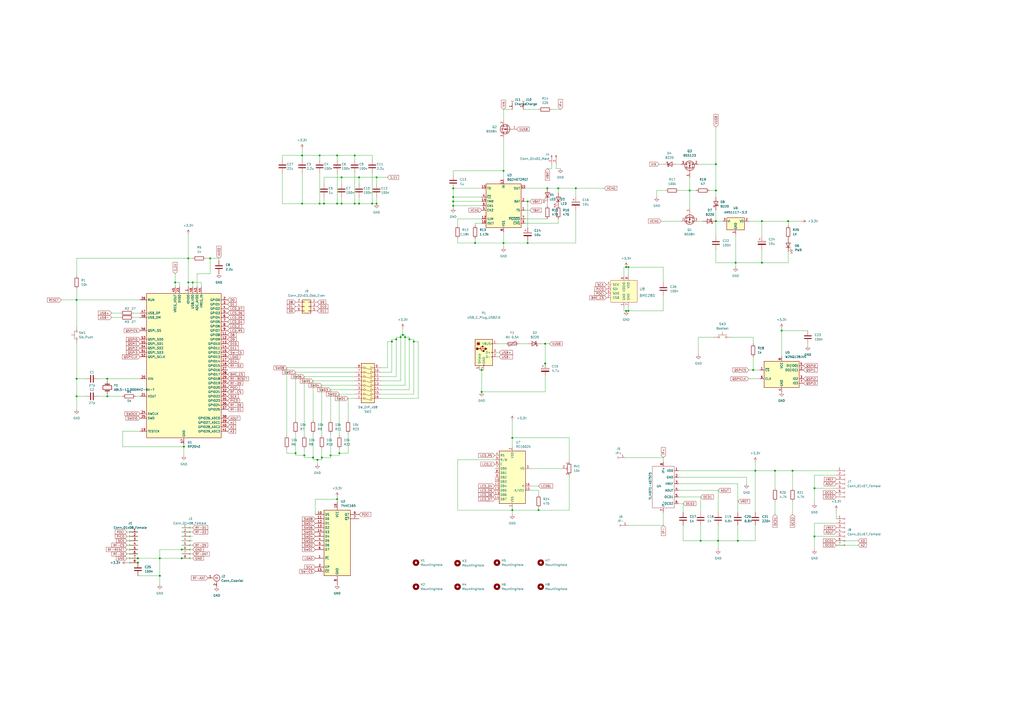
<source format=kicad_sch>
(kicad_sch (version 20211123) (generator eeschema)
  (paper "A2")
  (lib_symbols
    (symbol "74xx:74HC165"
      (property "Reference" "U" (at -7.62 19.05 0))
      (property "Value" "74HC165" (at -7.62 -21.59 0))
      (symbol "74HC165_1_0"
        (pin input line (at -12.7 -10.16 0) (length 5.08) (name "~{PL}") (number "1"))
        (pin input line (at -12.7 15.24 0) (length 5.08) (name "DS") (number "10"))
        (pin input line (at -12.7 12.7 0) (length 5.08) (name "D0") (number "11"))
        (pin input line (at -12.7 10.16 0) (length 5.08) (name "D1") (number "12"))
        (pin input line (at -12.7 7.62 0) (length 5.08) (name "D2") (number "13"))
        (pin input line (at -12.7 5.08 0) (length 5.08) (name "D3") (number "14"))
        (pin input line (at -12.7 -17.78 0) (length 5.08) (name "~{CE}") (number "15"))
        (pin power_in line (at 0 22.86 270) (length 5.08) (name "VCC") (number "16"))
        (pin input line (at -12.7 -15.24 0) (length 5.08) (name "CP") (number "2"))
        (pin input line (at -12.7 2.54 0) (length 5.08) (name "D4") (number "3"))
        (pin input line (at -12.7 0 0) (length 5.08) (name "D5") (number "4"))
        (pin input line (at -12.7 -2.54 0) (length 5.08) (name "D6") (number "5"))
        (pin input line (at -12.7 -5.08 0) (length 5.08) (name "D7") (number "6"))
        (pin output line (at 12.7 12.7 180) (length 5.08) (name "~{Q7}") (number "7"))
        (pin power_in line (at 0 -25.4 90) (length 5.08) (name "GND") (number "8"))
        (pin output line (at 12.7 15.24 180) (length 5.08) (name "Q7") (number "9"))
      )
    )
    (symbol "Battery_Management:BQ24072RGT"
      (property "Reference" "U" (at -8.89 13.97 0))
      (property "Value" "BQ24072RGT" (at 16.51 13.97 0))
      (symbol "BQ24072RGT_1_1"
        (pin passive line (at 12.7 -2.54 180) (length 2.54) (name "TS") (number "1"))
        (pin power_out line (at 12.7 10.16 180) (length 2.54) (name "OUT") (number "10"))
        (pin passive line (at 12.7 10.16 180) (length 2.54) hide (name "OUT") (number "11"))
        (pin passive line (at -12.7 -7.62 0) (length 2.54) (name "ILIM") (number "12"))
        (pin power_in line (at 0 15.24 270) (length 2.54) (name "IN") (number "13"))
        (pin input line (at -12.7 2.54 0) (length 2.54) (name "TMR") (number "14"))
        (pin input line (at -12.7 10.16 0) (length 2.54) (name "TD") (number "15"))
        (pin passive line (at -12.7 -10.16 0) (length 2.54) (name "ISET") (number "16"))
        (pin passive line (at 0 -15.24 90) (length 2.54) hide (name "VSS") (number "17"))
        (pin power_out line (at 12.7 2.54 180) (length 2.54) (name "BAT") (number "2"))
        (pin passive line (at 12.7 2.54 180) (length 2.54) hide (name "BAT") (number "3"))
        (pin input line (at -12.7 5.08 0) (length 2.54) (name "~{CE}") (number "4"))
        (pin input line (at -12.7 -2.54 0) (length 2.54) (name "EN2") (number "5"))
        (pin input line (at -12.7 0 0) (length 2.54) (name "EN1") (number "6"))
        (pin open_collector line (at 12.7 -7.62 180) (length 2.54) (name "~{PGOOD}") (number "7"))
        (pin power_in line (at 0 -15.24 90) (length 2.54) (name "VSS") (number "8"))
        (pin open_collector line (at 12.7 -10.16 180) (length 2.54) (name "~{CHG}") (number "9"))
      )
    )
    (symbol "CapstoneLibrary:TLI4971-A075T5"
      (property "Reference" "U?" (at -2.54 0 0))
      (property "Value" "TLI4971-A075T5" (at -7.62 0 90))
      (symbol "TLI4971-A075T5_1_1"
        (pin power_in line (at 8.89 8.89 180) (length 2.54) (name "VDD") (number "1"))
        (pin power_in line (at 8.89 5.08 180) (length 2.54) (name "GND") (number "2"))
        (pin passive line (at 8.89 1.27 180) (length 2.54) (name "VREF") (number "3"))
        (pin output line (at 8.89 -2.54 180) (length 2.54) (name "AOUT") (number "4"))
        (pin open_collector line (at 8.89 -6.35 180) (length 2.54) (name "OCD1") (number "5"))
        (pin open_collector line (at 8.89 -10.16 180) (length 2.54) (name "OCD2") (number "6"))
        (pin output line (at 0 -15.24 90) (length 2.54) (name "IP-") (number "7"))
        (pin input line (at 0 13.97 270) (length 2.54) (name "IP+") (number "8"))
      )
    )
    (symbol "Connector:Conn_01x01_Female" (pin_names (offset 1.016) hide)
      (property "Reference" "J" (at 0 2.54 0))
      (property "Value" "Conn_01x01_Female" (at 0 -2.54 0))
      (symbol "Conn_01x01_Female_1_1"
        (pin passive line (at -5.08 0 0) (length 3.81) (name "Pin_1") (number "1"))
      )
    )
    (symbol "Connector:Conn_01x02_Male" (pin_names (offset 1.016) hide)
      (property "Reference" "J" (at 0 2.54 0))
      (property "Value" "Conn_01x02_Male" (at 0 -5.08 0))
      (symbol "Conn_01x02_Male_1_1"
        (pin passive line (at 5.08 0 180) (length 3.81) (name "Pin_1") (number "1"))
        (pin passive line (at 5.08 -2.54 180) (length 3.81) (name "Pin_2") (number "2"))
      )
    )
    (symbol "Connector:Conn_01x07_Female" (pin_names (offset 1.016) hide)
      (property "Reference" "J" (at 0 10.16 0))
      (property "Value" "Conn_01x07_Female" (at 0 -10.16 0))
      (symbol "Conn_01x07_Female_1_1"
        (pin passive line (at -5.08 7.62 0) (length 3.81) (name "Pin_1") (number "1"))
        (pin passive line (at -5.08 5.08 0) (length 3.81) (name "Pin_2") (number "2"))
        (pin passive line (at -5.08 2.54 0) (length 3.81) (name "Pin_3") (number "3"))
        (pin passive line (at -5.08 0 0) (length 3.81) (name "Pin_4") (number "4"))
        (pin passive line (at -5.08 -2.54 0) (length 3.81) (name "Pin_5") (number "5"))
        (pin passive line (at -5.08 -5.08 0) (length 3.81) (name "Pin_6") (number "6"))
        (pin passive line (at -5.08 -7.62 0) (length 3.81) (name "Pin_7") (number "7"))
      )
    )
    (symbol "Connector:Conn_01x08_Female" (pin_names (offset 1.016) hide)
      (property "Reference" "J" (at 0 10.16 0))
      (property "Value" "Conn_01x08_Female" (at 0 -12.7 0))
      (symbol "Conn_01x08_Female_1_1"
        (pin passive line (at -5.08 7.62 0) (length 3.81) (name "Pin_1") (number "1"))
        (pin passive line (at -5.08 5.08 0) (length 3.81) (name "Pin_2") (number "2"))
        (pin passive line (at -5.08 2.54 0) (length 3.81) (name "Pin_3") (number "3"))
        (pin passive line (at -5.08 0 0) (length 3.81) (name "Pin_4") (number "4"))
        (pin passive line (at -5.08 -2.54 0) (length 3.81) (name "Pin_5") (number "5"))
        (pin passive line (at -5.08 -5.08 0) (length 3.81) (name "Pin_6") (number "6"))
        (pin passive line (at -5.08 -7.62 0) (length 3.81) (name "Pin_7") (number "7"))
        (pin passive line (at -5.08 -10.16 0) (length 3.81) (name "Pin_8") (number "8"))
      )
    )
    (symbol "Connector:Conn_Coaxial" (pin_names (offset 1.016) hide)
      (property "Reference" "J" (at 0.254 3.048 0))
      (property "Value" "Conn_Coaxial" (at 2.921 0 90))
      (symbol "Conn_Coaxial_1_1"
        (pin passive line (at -5.08 0 0) (length 2.54) (name "In") (number "1"))
        (pin passive line (at 0 -5.08 90) (length 2.54) (name "Ext") (number "2"))
      )
    )
    (symbol "Connector:USB_B" (pin_names (offset 1.016))
      (property "Reference" "J" (at -5.08 11.43 0))
      (property "Value" "USB_B" (at -5.08 8.89 0))
      (symbol "USB_B_1_1"
        (pin power_out line (at 7.62 5.08 180) (length 2.54) (name "VBUS") (number "1"))
        (pin bidirectional line (at 7.62 -2.54 180) (length 2.54) (name "D-") (number "2"))
        (pin bidirectional line (at 7.62 0 180) (length 2.54) (name "D+") (number "3"))
        (pin power_out line (at 0 -10.16 90) (length 2.54) (name "GND") (number "4"))
        (pin passive line (at -2.54 -10.16 90) (length 2.54) (name "Shield") (number "5"))
      )
    )
    (symbol "Connector_Generic:Conn_02x03_Odd_Even" (pin_names (offset 1.016) hide)
      (property "Reference" "J" (at 1.27 5.08 0))
      (property "Value" "Conn_02x03_Odd_Even" (at 1.27 -5.08 0))
      (symbol "Conn_02x03_Odd_Even_1_1"
        (pin passive line (at -5.08 2.54 0) (length 3.81) (name "Pin_1") (number "1"))
        (pin passive line (at 7.62 2.54 180) (length 3.81) (name "Pin_2") (number "2"))
        (pin passive line (at -5.08 0 0) (length 3.81) (name "Pin_3") (number "3"))
        (pin passive line (at 7.62 0 180) (length 3.81) (name "Pin_4") (number "4"))
        (pin passive line (at -5.08 -2.54 0) (length 3.81) (name "Pin_5") (number "5"))
        (pin passive line (at 7.62 -2.54 180) (length 3.81) (name "Pin_6") (number "6"))
      )
    )
    (symbol "Device:C" (pin_numbers hide) (pin_names (offset 0.254))
      (property "Reference" "C" (at 0.635 2.54 0))
      (property "Value" "C" (at 0.635 -2.54 0))
      (symbol "C_1_1"
        (pin passive line (at 0 3.81 270) (length 2.794) (name "~") (number "1"))
        (pin passive line (at 0 -3.81 90) (length 2.794) (name "~") (number "2"))
      )
    )
    (symbol "Device:C_Polarized" (pin_numbers hide) (pin_names (offset 0.254))
      (property "Reference" "C" (at 0.635 2.54 0))
      (property "Value" "C_Polarized" (at 0.635 -2.54 0))
      (symbol "C_Polarized_1_1"
        (pin passive line (at 0 3.81 270) (length 2.794) (name "~") (number "1"))
        (pin passive line (at 0 -3.81 90) (length 2.794) (name "~") (number "2"))
      )
    )
    (symbol "Device:Crystal" (pin_numbers hide) (pin_names (offset 1.016) hide)
      (property "Reference" "Y" (at 0 3.81 0))
      (property "Value" "Crystal" (at 0 -3.81 0))
      (symbol "Crystal_1_1"
        (pin passive line (at -3.81 0 0) (length 1.27) (name "1") (number "1"))
        (pin passive line (at 3.81 0 180) (length 1.27) (name "2") (number "2"))
      )
    )
    (symbol "Device:LED" (pin_numbers hide) (pin_names (offset 1.016) hide)
      (property "Reference" "D" (at 0 2.54 0))
      (property "Value" "LED" (at 0 -2.54 0))
      (symbol "LED_1_1"
        (pin passive line (at -3.81 0 0) (length 2.54) (name "K") (number "1"))
        (pin passive line (at 3.81 0 180) (length 2.54) (name "A") (number "2"))
      )
    )
    (symbol "Device:Polyfuse" (pin_numbers hide) (pin_names (offset 0))
      (property "Reference" "F" (at -2.54 0 90))
      (property "Value" "Polyfuse" (at 2.54 0 90))
      (symbol "Polyfuse_1_1"
        (pin passive line (at 0 3.81 270) (length 1.27) (name "~") (number "1"))
        (pin passive line (at 0 -3.81 90) (length 1.27) (name "~") (number "2"))
      )
    )
    (symbol "Device:R" (pin_numbers hide) (pin_names (offset 0))
      (property "Reference" "R" (at 2.032 0 90))
      (property "Value" "R" (at 0 0 90))
      (symbol "R_1_1"
        (pin passive line (at 0 3.81 270) (length 1.27) (name "~") (number "1"))
        (pin passive line (at 0 -3.81 90) (length 1.27) (name "~") (number "2"))
      )
    )
    (symbol "Device:R_Potentiometer_Trim" (pin_names (offset 1.016) hide)
      (property "Reference" "RV" (at -4.445 0 90))
      (property "Value" "R_Potentiometer_Trim" (at -2.54 0 90))
      (symbol "R_Potentiometer_Trim_1_1"
        (pin passive line (at 0 3.81 270) (length 1.27) (name "1") (number "1"))
        (pin passive line (at 3.81 0 180) (length 1.27) (name "2") (number "2"))
        (pin passive line (at 0 -3.81 90) (length 1.27) (name "3") (number "3"))
      )
    )
    (symbol "Diode:B220" (pin_numbers hide) (pin_names (offset 1.016) hide)
      (property "Reference" "D" (at 0 2.54 0))
      (property "Value" "B220" (at 0 -2.54 0))
      (symbol "B220_1_1"
        (pin passive line (at -3.81 0 0) (length 2.54) (name "K") (number "1"))
        (pin passive line (at 3.81 0 180) (length 2.54) (name "A") (number "2"))
      )
    )
    (symbol "Display_Character:RC1602A"
      (property "Reference" "U" (at -6.35 16.51 0))
      (property "Value" "RC1602A" (at 2.794 16.51 0))
      (symbol "RC1602A_1_1"
        (pin power_in line (at 0 -17.78 90) (length 2.54) (name "VSS") (number "1"))
        (pin bidirectional line (at -10.16 -2.54 0) (length 2.54) (name "DB3") (number "10"))
        (pin bidirectional line (at -10.16 -5.08 0) (length 2.54) (name "DB4") (number "11"))
        (pin bidirectional line (at -10.16 -7.62 0) (length 2.54) (name "DB5") (number "12"))
        (pin bidirectional line (at -10.16 -10.16 0) (length 2.54) (name "DB6") (number "13"))
        (pin bidirectional line (at -10.16 -12.7 0) (length 2.54) (name "DB7") (number "14"))
        (pin power_in line (at 10.16 -7.62 180) (length 2.54) (name "A/VEE") (number "15"))
        (pin power_in line (at 10.16 -5.08 180) (length 2.54) (name "K") (number "16"))
        (pin power_in line (at 0 17.78 270) (length 2.54) (name "VDD") (number "2"))
        (pin power_in line (at 10.16 5.08 180) (length 2.54) (name "VO") (number "3"))
        (pin input line (at -10.16 12.7 0) (length 2.54) (name "RS") (number "4"))
        (pin input line (at -10.16 10.16 0) (length 2.54) (name "R/W") (number "5"))
        (pin input line (at -10.16 7.62 0) (length 2.54) (name "E") (number "6"))
        (pin bidirectional line (at -10.16 5.08 0) (length 2.54) (name "DB0") (number "7"))
        (pin bidirectional line (at -10.16 2.54 0) (length 2.54) (name "DB1") (number "8"))
        (pin bidirectional line (at -10.16 0 0) (length 2.54) (name "DB2") (number "9"))
      )
    )
    (symbol "MCU_RaspberryPi:RP2040"
      (property "Reference" "U" (at 17.78 45.72 0))
      (property "Value" "RP2040" (at 17.78 43.18 0))
      (symbol "RP2040_1_1"
        (pin power_in line (at 2.54 45.72 270) (length 3.81) (name "IOVDD") (number "1"))
        (pin passive line (at 2.54 45.72 270) (length 3.81) hide (name "IOVDD") (number "10"))
        (pin bidirectional line (at 25.4 17.78 180) (length 3.81) (name "GPIO8") (number "11"))
        (pin bidirectional line (at 25.4 15.24 180) (length 3.81) (name "GPIO9") (number "12"))
        (pin bidirectional line (at 25.4 12.7 180) (length 3.81) (name "GPIO10") (number "13"))
        (pin bidirectional line (at 25.4 10.16 180) (length 3.81) (name "GPIO11") (number "14"))
        (pin bidirectional line (at 25.4 7.62 180) (length 3.81) (name "GPIO12") (number "15"))
        (pin bidirectional line (at 25.4 5.08 180) (length 3.81) (name "GPIO13") (number "16"))
        (pin bidirectional line (at 25.4 2.54 180) (length 3.81) (name "GPIO14") (number "17"))
        (pin bidirectional line (at 25.4 0 180) (length 3.81) (name "GPIO15") (number "18"))
        (pin input line (at -25.4 -38.1 0) (length 3.81) (name "TESTEN") (number "19"))
        (pin bidirectional line (at 25.4 38.1 180) (length 3.81) (name "GPIO0") (number "2"))
        (pin input line (at -25.4 -7.62 0) (length 3.81) (name "XIN") (number "20"))
        (pin passive line (at -25.4 -17.78 0) (length 3.81) (name "XOUT") (number "21"))
        (pin passive line (at 2.54 45.72 270) (length 3.81) hide (name "IOVDD") (number "22"))
        (pin power_in line (at -2.54 45.72 270) (length 3.81) (name "DVDD") (number "23"))
        (pin output line (at -25.4 -27.94 0) (length 3.81) (name "SWCLK") (number "24"))
        (pin bidirectional line (at -25.4 -30.48 0) (length 3.81) (name "SWD") (number "25"))
        (pin input line (at -25.4 38.1 0) (length 3.81) (name "RUN") (number "26"))
        (pin bidirectional line (at 25.4 -2.54 180) (length 3.81) (name "GPIO16") (number "27"))
        (pin bidirectional line (at 25.4 -5.08 180) (length 3.81) (name "GPIO17") (number "28"))
        (pin bidirectional line (at 25.4 -7.62 180) (length 3.81) (name "GPIO18") (number "29"))
        (pin bidirectional line (at 25.4 35.56 180) (length 3.81) (name "GPIO1") (number "3"))
        (pin bidirectional line (at 25.4 -10.16 180) (length 3.81) (name "GPIO19") (number "30"))
        (pin bidirectional line (at 25.4 -12.7 180) (length 3.81) (name "GPIO20") (number "31"))
        (pin bidirectional line (at 25.4 -15.24 180) (length 3.81) (name "GPIO21") (number "32"))
        (pin passive line (at 2.54 45.72 270) (length 3.81) hide (name "IOVDD") (number "33"))
        (pin bidirectional line (at 25.4 -17.78 180) (length 3.81) (name "GPIO22") (number "34"))
        (pin bidirectional line (at 25.4 -20.32 180) (length 3.81) (name "GPIO23") (number "35"))
        (pin bidirectional line (at 25.4 -22.86 180) (length 3.81) (name "GPIO24") (number "36"))
        (pin bidirectional line (at 25.4 -25.4 180) (length 3.81) (name "GPIO25") (number "37"))
        (pin bidirectional line (at 25.4 -30.48 180) (length 3.81) (name "GPIO26_ADC0") (number "38"))
        (pin bidirectional line (at 25.4 -33.02 180) (length 3.81) (name "GPIO27_ADC1") (number "39"))
        (pin bidirectional line (at 25.4 33.02 180) (length 3.81) (name "GPIO2") (number "4"))
        (pin bidirectional line (at 25.4 -35.56 180) (length 3.81) (name "GPIO28_ADC2") (number "40"))
        (pin bidirectional line (at 25.4 -38.1 180) (length 3.81) (name "GPIO29_ADC3") (number "41"))
        (pin passive line (at 2.54 45.72 270) (length 3.81) hide (name "IOVDD") (number "42"))
        (pin power_in line (at 7.62 45.72 270) (length 3.81) (name "ADC_AVDD") (number "43"))
        (pin power_in line (at 10.16 45.72 270) (length 3.81) (name "VREG_IN") (number "44"))
        (pin power_out line (at -5.08 45.72 270) (length 3.81) (name "VREG_VOUT") (number "45"))
        (pin bidirectional line (at -25.4 27.94 0) (length 3.81) (name "USB_DM") (number "46"))
        (pin bidirectional line (at -25.4 30.48 0) (length 3.81) (name "USB_DP") (number "47"))
        (pin power_in line (at 5.08 45.72 270) (length 3.81) (name "USB_VDD") (number "48"))
        (pin passive line (at 2.54 45.72 270) (length 3.81) hide (name "IOVDD") (number "49"))
        (pin bidirectional line (at 25.4 30.48 180) (length 3.81) (name "GPIO3") (number "5"))
        (pin passive line (at -2.54 45.72 270) (length 3.81) hide (name "DVDD") (number "50"))
        (pin bidirectional line (at -25.4 7.62 0) (length 3.81) (name "QSPI_SD3") (number "51"))
        (pin output line (at -25.4 5.08 0) (length 3.81) (name "QSPI_SCLK") (number "52"))
        (pin bidirectional line (at -25.4 15.24 0) (length 3.81) (name "QSPI_SD0") (number "53"))
        (pin bidirectional line (at -25.4 10.16 0) (length 3.81) (name "QSPI_SD2") (number "54"))
        (pin bidirectional line (at -25.4 12.7 0) (length 3.81) (name "QSPI_SD1") (number "55"))
        (pin bidirectional line (at -25.4 20.32 0) (length 3.81) (name "QSPI_SS") (number "56"))
        (pin power_in line (at 0 -45.72 90) (length 3.81) (name "GND") (number "57"))
        (pin bidirectional line (at 25.4 27.94 180) (length 3.81) (name "GPIO4") (number "6"))
        (pin bidirectional line (at 25.4 25.4 180) (length 3.81) (name "GPIO5") (number "7"))
        (pin bidirectional line (at 25.4 22.86 180) (length 3.81) (name "GPIO6") (number "8"))
        (pin bidirectional line (at 25.4 20.32 180) (length 3.81) (name "GPIO7") (number "9"))
      )
    )
    (symbol "Mechanical:MountingHole" (pin_names (offset 1.016))
      (property "Reference" "H" (at 0 5.08 0))
      (property "Value" "MountingHole" (at 0 3.175 0))
    )
    (symbol "Memory_Flash:W25Q128JVS"
      (property "Reference" "U" (at -8.89 8.89 0))
      (property "Value" "W25Q128JVS" (at 7.62 8.89 0))
      (symbol "W25Q128JVS_1_1"
        (pin input line (at -12.7 2.54 0) (length 2.54) (name "~{CS}") (number "1"))
        (pin bidirectional line (at 12.7 2.54 180) (length 2.54) (name "DO(IO1)") (number "2"))
        (pin bidirectional line (at 12.7 -2.54 180) (length 2.54) (name "IO2") (number "3"))
        (pin power_in line (at 0 -10.16 90) (length 2.54) (name "GND") (number "4"))
        (pin bidirectional line (at 12.7 5.08 180) (length 2.54) (name "DI(IO0)") (number "5"))
        (pin input line (at -12.7 -2.54 0) (length 2.54) (name "CLK") (number "6"))
        (pin bidirectional line (at 12.7 -5.08 180) (length 2.54) (name "IO3") (number "7"))
        (pin power_in line (at 0 10.16 270) (length 2.54) (name "VCC") (number "8"))
      )
    )
    (symbol "Regulator_Linear:AMS1117-3.3" (pin_names (offset 0.254))
      (property "Reference" "U" (at -3.81 3.175 0))
      (property "Value" "AMS1117-3.3" (at 0 3.175 0))
      (symbol "AMS1117-3.3_1_1"
        (pin power_in line (at 0 -7.62 90) (length 2.54) (name "GND") (number "1"))
        (pin power_out line (at 7.62 0 180) (length 2.54) (name "VO") (number "2"))
        (pin power_in line (at -7.62 0 0) (length 2.54) (name "VI") (number "3"))
      )
    )
    (symbol "Switch:SW_DIP_x08" (pin_names (offset 0) hide)
      (property "Reference" "SW" (at 0 13.97 0))
      (property "Value" "SW_DIP_x08" (at 0 -11.43 0))
      (symbol "SW_DIP_x08_1_1"
        (pin passive line (at -7.62 10.16 0) (length 5.08) (name "~") (number "1"))
        (pin passive line (at 7.62 -5.08 180) (length 5.08) (name "~") (number "10"))
        (pin passive line (at 7.62 -2.54 180) (length 5.08) (name "~") (number "11"))
        (pin passive line (at 7.62 0 180) (length 5.08) (name "~") (number "12"))
        (pin passive line (at 7.62 2.54 180) (length 5.08) (name "~") (number "13"))
        (pin passive line (at 7.62 5.08 180) (length 5.08) (name "~") (number "14"))
        (pin passive line (at 7.62 7.62 180) (length 5.08) (name "~") (number "15"))
        (pin passive line (at 7.62 10.16 180) (length 5.08) (name "~") (number "16"))
        (pin passive line (at -7.62 7.62 0) (length 5.08) (name "~") (number "2"))
        (pin passive line (at -7.62 5.08 0) (length 5.08) (name "~") (number "3"))
        (pin passive line (at -7.62 2.54 0) (length 5.08) (name "~") (number "4"))
        (pin passive line (at -7.62 0 0) (length 5.08) (name "~") (number "5"))
        (pin passive line (at -7.62 -2.54 0) (length 5.08) (name "~") (number "6"))
        (pin passive line (at -7.62 -5.08 0) (length 5.08) (name "~") (number "7"))
        (pin passive line (at -7.62 -7.62 0) (length 5.08) (name "~") (number "8"))
        (pin passive line (at 7.62 -7.62 180) (length 5.08) (name "~") (number "9"))
      )
    )
    (symbol "Switch:SW_Push" (pin_numbers hide) (pin_names (offset 1.016) hide)
      (property "Reference" "SW" (at 1.27 2.54 0))
      (property "Value" "SW_Push" (at 0 -1.524 0))
      (symbol "SW_Push_0_1"
        (pin passive line (at -5.08 0 0) (length 2.54) (name "1") (number "1"))
        (pin passive line (at 5.08 0 180) (length 2.54) (name "2") (number "2"))
      )
    )
    (symbol "Transistor_FET:BSS123" (pin_names hide)
      (property "Reference" "Q" (at 5.08 1.905 0))
      (property "Value" "BSS123" (at 5.08 0 0))
      (symbol "BSS123_1_1"
        (pin input line (at -5.08 0 0) (length 2.54) (name "G") (number "1"))
        (pin passive line (at 2.54 -5.08 90) (length 2.54) (name "S") (number "2"))
        (pin passive line (at 2.54 5.08 270) (length 2.54) (name "D") (number "3"))
      )
    )
    (symbol "Transistor_FET:BSS84" (pin_names hide)
      (property "Reference" "Q" (at 5.08 1.905 0))
      (property "Value" "BSS84" (at 5.08 0 0))
      (symbol "BSS84_1_1"
        (pin input line (at -5.08 0 0) (length 2.54) (name "G") (number "1"))
        (pin passive line (at 2.54 -5.08 90) (length 2.54) (name "S") (number "2"))
        (pin passive line (at 2.54 5.08 270) (length 2.54) (name "D") (number "3"))
      )
    )
    (symbol "dk_Humidity-Moisture-Sensors:BME280" (pin_names (offset 1.016))
      (property "Reference" "U" (at -5.08 8.89 0))
      (property "Value" "BME280" (at -2.54 11.43 0))
      (symbol "BME280_1_1"
        (pin power_in line (at 0 -7.62 90) (length 2.54) (name "GND") (number "1"))
        (pin input line (at -10.16 -2.54 0) (length 2.54) (name "CSB") (number "2"))
        (pin bidirectional line (at -10.16 2.54 0) (length 2.54) (name "SDI") (number "3"))
        (pin input line (at -10.16 5.08 0) (length 2.54) (name "SCK") (number "4"))
        (pin bidirectional line (at -10.16 0 0) (length 2.54) (name "SDO") (number "5"))
        (pin power_in line (at 0 10.16 270) (length 2.54) (name "VDDIO") (number "6"))
        (pin power_in line (at 2.54 -7.62 90) (length 2.54) (name "GND") (number "7"))
        (pin power_in line (at 2.54 10.16 270) (length 2.54) (name "VDD") (number "8"))
      )
    )
    (symbol "power:+3.3V" (power) (pin_names (offset 0))
      (property "Value" "+3.3V" (at 0 3.556 0))
      (symbol "+3.3V_1_1"
        (pin power_in line (at 0 0 90) (length 0) hide (name "+3.3V") (number "1"))
      )
    )
    (symbol "power:GND" (power) (pin_names (offset 0))
      (property "Value" "GND" (at 0 -3.81 0))
      (symbol "GND_1_1"
        (pin power_in line (at 0 0 270) (length 0) hide (name "GND") (number "1"))
      )
    )
  )
  (junction (at 334.01 109.22))
  (junction (at 234.95 195.58))
  (junction (at 316.23 210.82))
  (junction (at 186.69 265.43))
  (junction (at 44.45 173.99))
  (junction (at 275.59 140.97))
  (junction (at 436.88 214.63))
  (junction (at 121.92 149.86))
  (junction (at 44.45 229.87))
  (junction (at 415.29 128.27))
  (junction (at 218.44 118.11))
  (junction (at 80.01 323.85))
  (junction (at 187.96 118.11))
  (junction (at 426.72 152.4))
  (junction (at 297.18 254))
  (junction (at 317.5 109.22))
  (junction (at 111.76 163.83))
  (junction (at 441.96 128.27))
  (junction (at 441.96 152.4))
  (junction (at 406.4 313.69))
  (junction (at 44.45 219.71))
  (junction (at 472.44 283.21))
  (junction (at 198.12 118.11))
  (junction (at 195.58 289.56))
  (junction (at 218.44 102.87))
  (junction (at 457.2 128.27))
  (junction (at 449.58 273.05))
  (junction (at 262.89 116.84))
  (junction (at 415.29 95.25))
  (junction (at 215.9 118.11))
  (junction (at 472.44 311.15))
  (junction (at 262.89 119.38))
  (junction (at 195.58 118.11))
  (junction (at 208.28 118.11))
  (junction (at 415.29 110.49))
  (junction (at 306.07 116.84))
  (junction (at 416.56 313.69))
  (junction (at 279.4 214.63))
  (junction (at 191.77 264.16))
  (junction (at 364.49 154.94))
  (junction (at 185.42 118.11))
  (junction (at 459.74 273.05))
  (junction (at 80.01 326.39))
  (junction (at 363.22 180.34))
  (junction (at 62.23 229.87))
  (junction (at 292.1 99.06))
  (junction (at 208.28 102.87))
  (junction (at 233.68 194.31))
  (junction (at 205.74 90.17))
  (junction (at 175.26 118.11))
  (junction (at 453.39 191.77))
  (junction (at 229.87 196.85))
  (junction (at 323.85 109.22))
  (junction (at 109.22 163.83))
  (junction (at 105.41 318.77))
  (junction (at 109.22 149.86))
  (junction (at 171.45 262.89))
  (junction (at 181.61 265.43))
  (junction (at 176.53 264.16))
  (junction (at 196.85 262.89))
  (junction (at 105.41 323.85))
  (junction (at 62.23 219.71))
  (junction (at 427.99 313.69))
  (junction (at 292.1 140.97))
  (junction (at 363.22 154.94))
  (junction (at 438.15 273.05))
  (junction (at 279.4 227.33))
  (junction (at 92.71 334.01))
  (junction (at 101.6 163.83))
  (junction (at 312.42 295.91))
  (junction (at 297.18 295.91))
  (junction (at 175.26 90.17))
  (junction (at 400.05 110.49))
  (junction (at 240.03 198.12))
  (junction (at 195.58 90.17))
  (junction (at 262.89 114.3))
  (junction (at 227.33 198.12))
  (junction (at 205.74 118.11))
  (junction (at 185.42 90.17))
  (junction (at 106.68 259.08))
  (junction (at 262.89 109.22))
  (junction (at 306.07 140.97))
  (junction (at 364.49 180.34))
  (junction (at 92.71 323.85))
  (junction (at 232.41 195.58))
  (junction (at 198.12 102.87))
  (junction (at 184.15 266.7))
  (junction (at 316.23 199.39))
  (junction (at 237.49 196.85))
  (wire (pts (xy 227.33 215.9) (xy 227.33 198.12)))
  (wire (pts (xy 181.61 265.43) (xy 181.61 251.46)))
  (wire (pts (xy 109.22 149.86) (xy 111.76 149.86)))
  (wire (pts (xy 220.98 223.52) (xy 234.95 223.52)))
  (wire (pts (xy 363.22 180.34) (xy 364.49 180.34)))
  (wire (pts (xy 438.15 297.18) (xy 438.15 273.05)))
  (wire (pts (xy 438.15 304.8) (xy 438.15 313.69)))
  (wire (pts (xy 320.04 63.5) (xy 325.12 63.5)))
  (wire (pts (xy 485.14 313.69) (xy 497.84 313.69)))
  (wire (pts (xy 195.58 118.11) (xy 198.12 118.11)))
  (wire (pts (xy 195.58 289.56) (xy 195.58 290.83)))
  (wire (pts (xy 416.56 297.18) (xy 416.56 284.48)))
  (wire (pts (xy 303.53 63.5) (xy 312.42 63.5)))
  (wire (pts (xy 334.01 140.97) (xy 306.07 140.97)))
  (wire (pts (xy 187.96 102.87) (xy 198.12 102.87)))
  (wire (pts (xy 105.41 318.77) (xy 111.76 318.77)))
  (wire (pts (xy 234.95 195.58) (xy 234.95 194.31)))
  (wire (pts (xy 163.83 100.33) (xy 163.83 118.11)))
  (wire (pts (xy 384.81 304.8) (xy 364.49 304.8)))
  (wire (pts (xy 396.24 292.1) (xy 393.7 292.1)))
  (wire (pts (xy 383.54 128.27) (xy 394.97 128.27)))
  (wire (pts (xy 191.77 226.06) (xy 205.74 226.06)))
  (wire (pts (xy 438.15 267.97) (xy 438.15 273.05)))
  (wire (pts (xy 220.98 220.98) (xy 232.41 220.98)))
  (wire (pts (xy 184.15 269.24) (xy 184.15 266.7)))
  (wire (pts (xy 393.7 276.86) (xy 433.07 276.86)))
  (wire (pts (xy 198.12 102.87) (xy 208.28 102.87)))
  (wire (pts (xy 184.15 266.7) (xy 181.61 266.7)))
  (wire (pts (xy 416.56 313.69) (xy 416.56 318.77)))
  (wire (pts (xy 441.96 152.4) (xy 457.2 152.4)))
  (wire (pts (xy 426.72 135.89) (xy 426.72 152.4)))
  (wire (pts (xy 287.02 266.7) (xy 265.43 266.7)))
  (wire (pts (xy 330.2 267.97) (xy 330.2 254)))
  (wire (pts (xy 361.95 180.34) (xy 363.22 180.34)))
  (wire (pts (xy 279.4 214.63) (xy 280.67 214.63)))
  (wire (pts (xy 406.4 304.8) (xy 406.4 313.69)))
  (wire (pts (xy 73.66 308.61) (xy 80.01 308.61)))
  (wire (pts (xy 279.4 129.54) (xy 275.59 129.54)))
  (wire (pts (xy 279.4 227.33) (xy 316.23 227.33)))
  (wire (pts (xy 400.05 102.87) (xy 400.05 110.49)))
  (wire (pts (xy 472.44 311.15) (xy 472.44 318.77)))
  (wire (pts (xy 220.98 228.6) (xy 240.03 228.6)))
  (wire (pts (xy 334.01 121.92) (xy 334.01 140.97)))
  (wire (pts (xy 396.24 304.8) (xy 396.24 313.69)))
  (wire (pts (xy 116.84 166.37) (xy 116.84 163.83)))
  (wire (pts (xy 44.45 173.99) (xy 44.45 167.64)))
  (wire (pts (xy 384.81 267.97) (xy 384.81 265.43)))
  (wire (pts (xy 449.58 290.83) (xy 449.58 298.45)))
  (wire (pts (xy 262.89 109.22) (xy 262.89 114.3)))
  (wire (pts (xy 186.69 266.7) (xy 184.15 266.7)))
  (wire (pts (xy 233.68 194.31) (xy 232.41 194.31)))
  (wire (pts (xy 198.12 102.87) (xy 198.12 106.68)))
  (wire (pts (xy 323.85 129.54) (xy 304.8 129.54)))
  (wire (pts (xy 71.12 250.19) (xy 71.12 259.08)))
  (wire (pts (xy 364.49 154.94) (xy 363.22 154.94)))
  (wire (pts (xy 279.4 214.63) (xy 279.4 227.33)))
  (wire (pts (xy 121.92 149.86) (xy 127 149.86)))
  (wire (pts (xy 415.29 144.78) (xy 415.29 152.4)))
  (wire (pts (xy 233.68 190.5) (xy 233.68 194.31)))
  (wire (pts (xy 105.41 308.61) (xy 111.76 308.61)))
  (wire (pts (xy 472.44 275.59) (xy 485.14 275.59)))
  (wire (pts (xy 416.56 304.8) (xy 416.56 313.69)))
  (wire (pts (xy 111.76 163.83) (xy 111.76 166.37)))
  (wire (pts (xy 316.23 213.36) (xy 316.23 210.82)))
  (wire (pts (xy 459.74 273.05) (xy 459.74 283.21)))
  (wire (pts (xy 237.49 226.06) (xy 237.49 196.85)))
  (wire (pts (xy 73.66 316.23) (xy 80.01 316.23)))
  (wire (pts (xy 175.26 100.33) (xy 175.26 118.11)))
  (wire (pts (xy 176.53 265.43) (xy 181.61 265.43)))
  (wire (pts (xy 224.79 213.36) (xy 224.79 198.12)))
  (wire (pts (xy 80.01 334.01) (xy 92.71 334.01)))
  (wire (pts (xy 472.44 283.21) (xy 472.44 292.1)))
  (wire (pts (xy 64.77 181.61) (xy 69.85 181.61)))
  (wire (pts (xy 312.42 284.48) (xy 307.34 284.48)))
  (wire (pts (xy 186.69 266.7) (xy 186.69 265.43)))
  (wire (pts (xy 240.03 196.85) (xy 237.49 196.85)))
  (wire (pts (xy 176.53 252.73) (xy 176.53 218.44)))
  (wire (pts (xy 415.29 128.27) (xy 419.1 128.27)))
  (wire (pts (xy 472.44 303.53) (xy 472.44 311.15)))
  (wire (pts (xy 292.1 99.06) (xy 292.1 104.14)))
  (wire (pts (xy 288.29 207.01) (xy 289.56 207.01)))
  (wire (pts (xy 312.42 295.91) (xy 297.18 295.91)))
  (wire (pts (xy 35.56 173.99) (xy 44.45 173.99)))
  (wire (pts (xy 175.26 90.17) (xy 185.42 90.17)))
  (wire (pts (xy 330.2 295.91) (xy 312.42 295.91)))
  (wire (pts (xy 240.03 196.85) (xy 240.03 198.12)))
  (wire (pts (xy 195.58 100.33) (xy 195.58 118.11)))
  (wire (pts (xy 185.42 100.33) (xy 185.42 118.11)))
  (wire (pts (xy 262.89 119.38) (xy 262.89 116.84)))
  (wire (pts (xy 323.85 109.22) (xy 323.85 111.76)))
  (wire (pts (xy 92.71 323.85) (xy 105.41 323.85)))
  (wire (pts (xy 334.01 109.22) (xy 350.52 109.22)))
  (wire (pts (xy 109.22 163.83) (xy 109.22 166.37)))
  (wire (pts (xy 105.41 311.15) (xy 111.76 311.15)))
  (wire (pts (xy 414.02 195.58) (xy 405.13 195.58)))
  (wire (pts (xy 457.2 146.05) (xy 457.2 152.4)))
  (wire (pts (xy 195.58 289.56) (xy 182.88 289.56)))
  (wire (pts (xy 127 149.86) (xy 127 151.13)))
  (wire (pts (xy 44.45 160.02) (xy 44.45 149.86)))
  (wire (pts (xy 316.23 218.44) (xy 316.23 227.33)))
  (wire (pts (xy 449.58 273.05) (xy 449.58 283.21)))
  (wire (pts (xy 109.22 163.83) (xy 111.76 163.83)))
  (wire (pts (xy 416.56 313.69) (xy 427.99 313.69)))
  (wire (pts (xy 44.45 199.39) (xy 44.45 219.71)))
  (wire (pts (xy 106.68 259.08) (xy 71.12 259.08)))
  (wire (pts (xy 166.37 252.73) (xy 166.37 213.36)))
  (wire (pts (xy 220.98 213.36) (xy 224.79 213.36)))
  (wire (pts (xy 393.7 284.48) (xy 416.56 284.48)))
  (wire (pts (xy 220.98 215.9) (xy 227.33 215.9)))
  (wire (pts (xy 384.81 180.34) (xy 364.49 180.34)))
  (wire (pts (xy 415.29 121.92) (xy 415.29 128.27)))
  (wire (pts (xy 434.34 219.71) (xy 440.69 219.71)))
  (wire (pts (xy 262.89 116.84) (xy 279.4 116.84)))
  (wire (pts (xy 233.68 194.31) (xy 234.95 194.31)))
  (wire (pts (xy 62.23 219.71) (xy 57.15 219.71)))
  (wire (pts (xy 109.22 135.89) (xy 109.22 149.86)))
  (wire (pts (xy 105.41 316.23) (xy 111.76 316.23)))
  (wire (pts (xy 265.43 127) (xy 279.4 127)))
  (wire (pts (xy 406.4 288.29) (xy 393.7 288.29)))
  (wire (pts (xy 166.37 262.89) (xy 166.37 260.35)))
  (wire (pts (xy 186.69 252.73) (xy 186.69 223.52)))
  (wire (pts (xy 237.49 195.58) (xy 237.49 196.85)))
  (wire (pts (xy 195.58 90.17) (xy 195.58 92.71)))
  (wire (pts (xy 436.88 199.39) (xy 436.88 195.58)))
  (wire (pts (xy 185.42 90.17) (xy 185.42 92.71)))
  (wire (pts (xy 181.61 243.84) (xy 181.61 220.98)))
  (wire (pts (xy 57.15 229.87) (xy 62.23 229.87)))
  (wire (pts (xy 317.5 97.79) (xy 320.04 97.79)))
  (wire (pts (xy 201.93 231.14) (xy 205.74 231.14)))
  (wire (pts (xy 441.96 128.27) (xy 457.2 128.27)))
  (wire (pts (xy 106.68 257.81) (xy 106.68 259.08)))
  (wire (pts (xy 166.37 213.36) (xy 205.74 213.36)))
  (wire (pts (xy 396.24 297.18) (xy 396.24 292.1)))
  (wire (pts (xy 275.59 140.97) (xy 292.1 140.97)))
  (wire (pts (xy 262.89 119.38) (xy 262.89 120.65)))
  (wire (pts (xy 171.45 215.9) (xy 205.74 215.9)))
  (wire (pts (xy 330.2 275.59) (xy 330.2 295.91)))
  (wire (pts (xy 195.58 90.17) (xy 205.74 90.17)))
  (wire (pts (xy 191.77 243.84) (xy 191.77 226.06)))
  (wire (pts (xy 322.58 97.79) (xy 325.12 97.79)))
  (wire (pts (xy 73.66 321.31) (xy 80.01 321.31)))
  (wire (pts (xy 363.22 154.94) (xy 361.95 154.94)))
  (wire (pts (xy 364.49 160.02) (xy 364.49 154.94)))
  (wire (pts (xy 44.45 149.86) (xy 109.22 149.86)))
  (wire (pts (xy 208.28 114.3) (xy 208.28 118.11)))
  (wire (pts (xy 198.12 114.3) (xy 198.12 118.11)))
  (wire (pts (xy 73.66 318.77) (xy 80.01 318.77)))
  (wire (pts (xy 485.14 295.91) (xy 485.14 300.99)))
  (wire (pts (xy 218.44 114.3) (xy 218.44 118.11)))
  (wire (pts (xy 262.89 101.6) (xy 262.89 99.06)))
  (wire (pts (xy 191.77 265.43) (xy 191.77 264.16)))
  (wire (pts (xy 176.53 265.43) (xy 176.53 264.16)))
  (wire (pts (xy 415.29 152.4) (xy 426.72 152.4)))
  (wire (pts (xy 196.85 252.73) (xy 196.85 228.6)))
  (wire (pts (xy 382.27 95.25) (xy 384.81 95.25)))
  (wire (pts (xy 405.13 95.25) (xy 415.29 95.25)))
  (wire (pts (xy 208.28 102.87) (xy 218.44 102.87)))
  (wire (pts (xy 427.99 304.8) (xy 427.99 313.69)))
  (wire (pts (xy 320.04 97.79) (xy 320.04 95.25)))
  (wire (pts (xy 317.5 116.84) (xy 317.5 119.38)))
  (wire (pts (xy 220.98 226.06) (xy 237.49 226.06)))
  (wire (pts (xy 306.07 116.84) (xy 304.8 116.84)))
  (wire (pts (xy 406.4 297.18) (xy 406.4 288.29)))
  (wire (pts (xy 436.88 214.63) (xy 436.88 207.01)))
  (wire (pts (xy 292.1 80.01) (xy 292.1 99.06)))
  (wire (pts (xy 364.49 177.8) (xy 364.49 180.34)))
  (wire (pts (xy 171.45 262.89) (xy 171.45 251.46)))
  (wire (pts (xy 121.92 149.86) (xy 121.92 158.75)))
  (wire (pts (xy 171.45 264.16) (xy 171.45 262.89)))
  (wire (pts (xy 275.59 138.43) (xy 275.59 140.97)))
  (wire (pts (xy 485.14 283.21) (xy 472.44 283.21)))
  (wire (pts (xy 62.23 219.71) (xy 62.23 220.98)))
  (wire (pts (xy 457.2 128.27) (xy 464.82 128.27)))
  (wire (pts (xy 44.45 229.87) (xy 44.45 237.49)))
  (wire (pts (xy 415.29 128.27) (xy 415.29 137.16)))
  (wire (pts (xy 208.28 102.87) (xy 208.28 106.68)))
  (wire (pts (xy 323.85 127) (xy 323.85 129.54)))
  (wire (pts (xy 64.77 184.15) (xy 69.85 184.15)))
  (wire (pts (xy 175.26 90.17) (xy 163.83 90.17)))
  (wire (pts (xy 234.95 223.52) (xy 234.95 195.58)))
  (wire (pts (xy 405.13 128.27) (xy 407.67 128.27)))
  (wire (pts (xy 312.42 284.48) (xy 312.42 287.02)))
  (wire (pts (xy 106.68 259.08) (xy 106.68 264.16)))
  (wire (pts (xy 297.18 254) (xy 297.18 259.08)))
  (wire (pts (xy 186.69 265.43) (xy 186.69 260.35)))
  (wire (pts (xy 441.96 152.4) (xy 426.72 152.4)))
  (wire (pts (xy 485.14 303.53) (xy 472.44 303.53)))
  (wire (pts (xy 215.9 100.33) (xy 215.9 118.11)))
  (wire (pts (xy 205.74 100.33) (xy 205.74 118.11)))
  (wire (pts (xy 297.18 243.84) (xy 297.18 254)))
  (wire (pts (xy 78.74 229.87) (xy 81.28 229.87)))
  (wire (pts (xy 234.95 195.58) (xy 237.49 195.58)))
  (wire (pts (xy 472.44 275.59) (xy 472.44 283.21)))
  (wire (pts (xy 185.42 90.17) (xy 195.58 90.17)))
  (wire (pts (xy 292.1 134.62) (xy 292.1 140.97)))
  (wire (pts (xy 105.41 306.07) (xy 111.76 306.07)))
  (wire (pts (xy 215.9 90.17) (xy 215.9 92.71)))
  (wire (pts (xy 307.34 281.94) (xy 312.42 281.94)))
  (wire (pts (xy 322.58 95.25) (xy 322.58 97.79)))
  (wire (pts (xy 279.4 119.38) (xy 262.89 119.38)))
  (wire (pts (xy 229.87 195.58) (xy 229.87 196.85)))
  (wire (pts (xy 116.84 163.83) (xy 111.76 163.83)))
  (wire (pts (xy 227.33 198.12) (xy 227.33 196.85)))
  (wire (pts (xy 196.85 264.16) (xy 196.85 262.89)))
  (wire (pts (xy 468.63 199.39) (xy 468.63 200.66)))
  (wire (pts (xy 201.93 243.84) (xy 201.93 231.14)))
  (wire (pts (xy 297.18 295.91) (xy 297.18 298.45)))
  (wire (pts (xy 361.95 154.94) (xy 361.95 160.02)))
  (wire (pts (xy 186.69 223.52) (xy 205.74 223.52)))
  (wire (pts (xy 232.41 195.58) (xy 232.41 194.31)))
  (wire (pts (xy 364.49 154.94) (xy 384.81 154.94)))
  (wire (pts (xy 44.45 229.87) (xy 49.53 229.87)))
  (wire (pts (xy 80.01 323.85) (xy 92.71 323.85)))
  (wire (pts (xy 400.05 110.49) (xy 400.05 120.65)))
  (wire (pts (xy 415.29 73.66) (xy 415.29 95.25)))
  (wire (pts (xy 300.99 199.39) (xy 306.07 199.39)))
  (wire (pts (xy 405.13 195.58) (xy 405.13 205.74)))
  (wire (pts (xy 485.14 316.23) (xy 497.84 316.23)))
  (wire (pts (xy 427.99 280.67) (xy 393.7 280.67)))
  (wire (pts (xy 242.57 198.12) (xy 240.03 198.12)))
  (wire (pts (xy 265.43 127) (xy 265.43 130.81)))
  (wire (pts (xy 297.18 254) (xy 330.2 254)))
  (wire (pts (xy 201.93 262.89) (xy 196.85 262.89)))
  (wire (pts (xy 292.1 140.97) (xy 292.1 143.51)))
  (wire (pts (xy 105.41 313.69) (xy 111.76 313.69)))
  (wire (pts (xy 312.42 294.64) (xy 312.42 295.91)))
  (wire (pts (xy 381 110.49) (xy 386.08 110.49)))
  (wire (pts (xy 384.81 154.94) (xy 384.81 163.83)))
  (wire (pts (xy 224.79 102.87) (xy 218.44 102.87)))
  (wire (pts (xy 181.61 266.7) (xy 181.61 265.43)))
  (wire (pts (xy 384.81 297.18) (xy 384.81 304.8)))
  (wire (pts (xy 215.9 118.11) (xy 218.44 118.11)))
  (wire (pts (xy 229.87 218.44) (xy 229.87 196.85)))
  (wire (pts (xy 44.45 173.99) (xy 44.45 189.23)))
  (wire (pts (xy 453.39 191.77) (xy 468.63 191.77)))
  (wire (pts (xy 307.34 121.92) (xy 304.8 121.92)))
  (wire (pts (xy 292.1 63.5) (xy 297.18 63.5)))
  (wire (pts (xy 415.29 110.49) (xy 415.29 114.3)))
  (wire (pts (xy 427.99 313.69) (xy 438.15 313.69)))
  (wire (pts (xy 279.4 109.22) (xy 262.89 109.22)))
  (wire (pts (xy 224.79 198.12) (xy 227.33 198.12)))
  (wire (pts (xy 77.47 181.61) (xy 81.28 181.61)))
  (wire (pts (xy 220.98 231.14) (xy 242.57 231.14)))
  (wire (pts (xy 438.15 273.05) (xy 393.7 273.05)))
  (wire (pts (xy 232.41 220.98) (xy 232.41 195.58)))
  (wire (pts (xy 175.26 90.17) (xy 175.26 92.71)))
  (wire (pts (xy 49.53 219.71) (xy 44.45 219.71)))
  (wire (pts (xy 275.59 129.54) (xy 275.59 130.81)))
  (wire (pts (xy 453.39 190.5) (xy 453.39 191.77)))
  (wire (pts (xy 262.89 99.06) (xy 292.1 99.06)))
  (wire (pts (xy 316.23 199.39) (xy 316.23 210.82)))
  (wire (pts (xy 288.29 199.39) (xy 293.37 199.39)))
  (wire (pts (xy 265.43 140.97) (xy 275.59 140.97)))
  (wire (pts (xy 292.1 63.5) (xy 292.1 69.85)))
  (wire (pts (xy 262.89 114.3) (xy 262.89 116.84)))
  (wire (pts (xy 104.14 163.83) (xy 101.6 163.83)))
  (wire (pts (xy 105.41 318.77) (xy 92.71 318.77)))
  (wire (pts (xy 316.23 199.39) (xy 318.77 199.39)))
  (wire (pts (xy 426.72 152.4) (xy 426.72 154.94)))
  (wire (pts (xy 181.61 220.98) (xy 205.74 220.98)))
  (wire (pts (xy 220.98 218.44) (xy 229.87 218.44)))
  (wire (pts (xy 163.83 118.11) (xy 175.26 118.11)))
  (wire (pts (xy 265.43 295.91) (xy 297.18 295.91)))
  (wire (pts (xy 459.74 290.83) (xy 459.74 298.45)))
  (wire (pts (xy 176.53 264.16) (xy 176.53 260.35)))
  (wire (pts (xy 289.56 204.47) (xy 288.29 204.47)))
  (wire (pts (xy 313.69 199.39) (xy 316.23 199.39)))
  (wire (pts (xy 92.71 323.85) (xy 92.71 334.01)))
  (wire (pts (xy 393.7 110.49) (xy 400.05 110.49)))
  (wire (pts (xy 436.88 214.63) (xy 440.69 214.63)))
  (wire (pts (xy 62.23 228.6) (xy 62.23 229.87)))
  (wire (pts (xy 427.99 297.18) (xy 427.99 280.67)))
  (wire (pts (xy 92.71 334.01) (xy 92.71 339.09)))
  (wire (pts (xy 208.28 118.11) (xy 215.9 118.11)))
  (wire (pts (xy 242.57 231.14) (xy 242.57 198.12)))
  (wire (pts (xy 176.53 218.44) (xy 205.74 218.44)))
  (wire (pts (xy 306.07 116.84) (xy 307.34 116.84)))
  (wire (pts (xy 119.38 149.86) (xy 121.92 149.86)))
  (wire (pts (xy 240.03 228.6) (xy 240.03 198.12)))
  (wire (pts (xy 71.12 250.19) (xy 81.28 250.19)))
  (wire (pts (xy 163.83 90.17) (xy 163.83 92.71)))
  (wire (pts (xy 334.01 109.22) (xy 334.01 114.3)))
  (wire (pts (xy 205.74 118.11) (xy 208.28 118.11)))
  (wire (pts (xy 449.58 273.05) (xy 459.74 273.05)))
  (wire (pts (xy 101.6 163.83) (xy 101.6 166.37)))
  (wire (pts (xy 73.66 323.85) (xy 80.01 323.85)))
  (wire (pts (xy 187.96 114.3) (xy 187.96 118.11)))
  (wire (pts (xy 187.96 102.87) (xy 187.96 106.68)))
  (wire (pts (xy 361.95 177.8) (xy 361.95 180.34)))
  (wire (pts (xy 265.43 266.7) (xy 265.43 295.91)))
  (wire (pts (xy 187.96 118.11) (xy 195.58 118.11)))
  (wire (pts (xy 114.3 158.75) (xy 121.92 158.75)))
  (wire (pts (xy 306.07 139.7) (xy 306.07 140.97)))
  (wire (pts (xy 434.34 214.63) (xy 436.88 214.63)))
  (wire (pts (xy 317.5 127) (xy 304.8 127)))
  (wire (pts (xy 196.85 228.6) (xy 205.74 228.6)))
  (wire (pts (xy 201.93 262.89) (xy 201.93 251.46)))
  (wire (pts (xy 453.39 191.77) (xy 453.39 207.01)))
  (wire (pts (xy 227.33 196.85) (xy 229.87 196.85)))
  (wire (pts (xy 392.43 95.25) (xy 394.97 95.25)))
  (wire (pts (xy 400.05 110.49) (xy 403.86 110.49)))
  (wire (pts (xy 195.58 288.29) (xy 195.58 289.56)))
  (wire (pts (xy 81.28 219.71) (xy 62.23 219.71)))
  (wire (pts (xy 278.13 214.63) (xy 279.4 214.63)))
  (wire (pts (xy 44.45 173.99) (xy 81.28 173.99)))
  (wire (pts (xy 182.88 289.56) (xy 182.88 298.45)))
  (wire (pts (xy 205.74 90.17) (xy 205.74 92.71)))
  (wire (pts (xy 171.45 264.16) (xy 176.53 264.16)))
  (wire (pts (xy 415.29 95.25) (xy 415.29 110.49)))
  (wire (pts (xy 323.85 109.22) (xy 334.01 109.22)))
  (wire (pts (xy 384.81 171.45) (xy 384.81 180.34)))
  (wire (pts (xy 438.15 273.05) (xy 449.58 273.05)))
  (wire (pts (xy 406.4 313.69) (xy 416.56 313.69)))
  (wire (pts (xy 166.37 262.89) (xy 171.45 262.89)))
  (wire (pts (xy 175.26 86.36) (xy 175.26 90.17)))
  (wire (pts (xy 73.66 326.39) (xy 80.01 326.39)))
  (wire (pts (xy 92.71 318.77) (xy 92.71 323.85)))
  (wire (pts (xy 171.45 243.84) (xy 171.45 215.9)))
  (wire (pts (xy 205.74 90.17) (xy 215.9 90.17)))
  (wire (pts (xy 457.2 128.27) (xy 457.2 130.81)))
  (wire (pts (xy 101.6 158.75) (xy 101.6 163.83)))
  (wire (pts (xy 198.12 118.11) (xy 205.74 118.11)))
  (wire (pts (xy 185.42 118.11) (xy 187.96 118.11)))
  (wire (pts (xy 196.85 262.89) (xy 196.85 260.35)))
  (wire (pts (xy 73.66 313.69) (xy 80.01 313.69)))
  (wire (pts (xy 175.26 118.11) (xy 185.42 118.11)))
  (wire (pts (xy 77.47 184.15) (xy 81.28 184.15)))
  (wire (pts (xy 306.07 140.97) (xy 292.1 140.97)))
  (wire (pts (xy 459.74 273.05) (xy 485.14 273.05)))
  (wire (pts (xy 73.66 311.15) (xy 80.01 311.15)))
  (wire (pts (xy 232.41 195.58) (xy 229.87 195.58)))
  (wire (pts (xy 114.3 166.37) (xy 114.3 158.75)))
  (wire (pts (xy 317.5 109.22) (xy 323.85 109.22)))
  (wire (pts (xy 363.22 265.43) (xy 384.81 265.43)))
  (wire (pts (xy 262.89 114.3) (xy 279.4 114.3)))
  (wire (pts (xy 44.45 219.71) (xy 44.45 229.87)))
  (wire (pts (xy 396.24 313.69) (xy 406.4 313.69)))
  (wire (pts (xy 104.14 166.37) (xy 104.14 163.83)))
  (wire (pts (xy 105.41 321.31) (xy 111.76 321.31)))
  (wire (pts (xy 441.96 128.27) (xy 441.96 137.16)))
  (wire (pts (xy 433.07 276.86) (xy 433.07 280.67)))
  (wire (pts (xy 265.43 138.43) (xy 265.43 140.97)))
  (wire (pts (xy 434.34 128.27) (xy 441.96 128.27)))
  (wire (pts (xy 109.22 149.86) (xy 109.22 163.83)))
  (wire (pts (xy 472.44 311.15) (xy 485.14 311.15)))
  (wire (pts (xy 306.07 116.84) (xy 306.07 132.08)))
  (wire (pts (xy 381 114.3) (xy 381 110.49)))
  (wire (pts (xy 191.77 264.16) (xy 191.77 251.46)))
  (wire (pts (xy 436.88 195.58) (xy 424.18 195.58)))
  (wire (pts (xy 196.85 264.16) (xy 191.77 264.16)))
  (wire (pts (xy 411.48 110.49) (xy 415.29 110.49)))
  (wire (pts (xy 218.44 102.87) (xy 218.44 106.68)))
  (wire (pts (xy 62.23 229.87) (xy 71.12 229.87)))
  (wire (pts (xy 304.8 109.22) (xy 317.5 109.22)))
  (wire (pts (xy 191.77 265.43) (xy 186.69 265.43)))
  (wire (pts (xy 441.96 144.78) (xy 441.96 152.4)))
  (wire (pts (xy 297.18 294.64) (xy 297.18 295.91)))
  (wire (pts (xy 307.34 271.78) (xy 326.39 271.78)))
  (wire (pts (xy 105.41 323.85) (xy 111.76 323.85)))
  (global_label "D8" (shape input) (at 132.08 194.31 0) (property "Intersheet References" "${INTERSHEET_REFS}" (effects hide)))
  (global_label "LCD_D5" (shape input) (at 132.08 184.15 0) (property "Intersheet References" "${INTERSHEET_REFS}" (effects hide)))
  (global_label "SW02" (shape input) (at 182.88 316.23 180) (property "Intersheet References" "${INTERSHEET_REFS}" (effects hide)))
  (global_label "D9" (shape input) (at 132.08 196.85 0) (property "Intersheet References" "${INTERSHEET_REFS}" (effects hide)))
  (global_label "LCD_RS" (shape input) (at 287.02 264.16 180) (property "Intersheet References" "${INTERSHEET_REFS}" (effects hide)))
  (global_label "SW06" (shape input) (at 182.88 306.07 180) (property "Intersheet References" "${INTERSHEET_REFS}" (effects hide)))
  (global_label "GND" (shape input) (at 111.76 318.77 0) (property "Intersheet References" "${INTERSHEET_REFS}" (effects hide)))
  (global_label "RF-D1" (shape input) (at 132.08 237.49 0) (property "Intersheet References" "${INTERSHEET_REFS}" (effects hide)))
  (global_label "OCD1" (shape input) (at 449.58 298.45 270) (property "Intersheet References" "${INTERSHEET_REFS}" (effects hide)))
  (global_label "QSPI2" (shape input) (at 466.09 219.71 0) (property "Intersheet References" "${INTERSHEET_REFS}" (effects hide)))
  (global_label "SW06" (shape input) (at 176.53 218.44 180) (property "Intersheet References" "${INTERSHEET_REFS}" (effects hide)))
  (global_label "LCD_E" (shape input) (at 287.02 269.24 180) (property "Intersheet References" "${INTERSHEET_REFS}" (effects hide)))
  (global_label "D10" (shape input) (at 184.15 177.8 0) (property "Intersheet References" "${INTERSHEET_REFS}" (effects hide)))
  (global_label "QSPICLK" (shape input) (at 434.34 219.71 180) (property "Intersheet References" "${INTERSHEET_REFS}" (effects hide)))
  (global_label "OCD2" (shape input) (at 396.24 292.1 0) (property "Intersheet References" "${INTERSHEET_REFS}" (effects hide)))
  (global_label "VREF" (shape input) (at 485.14 278.13 180) (property "Intersheet References" "${INTERSHEET_REFS}" (effects hide)))
  (global_label "VBAT" (shape input) (at 307.34 116.84 0) (property "Intersheet References" "${INTERSHEET_REFS}" (effects hide)))
  (global_label "VREF" (shape input) (at 427.99 290.83 0) (property "Intersheet References" "${INTERSHEET_REFS}" (effects hide)))
  (global_label "LCD_D7" (shape input) (at 287.02 289.56 180) (property "Intersheet References" "${INTERSHEET_REFS}" (effects hide)))
  (global_label "SW01" (shape input) (at 182.88 318.77 180) (property "Intersheet References" "${INTERSHEET_REFS}" (effects hide)))
  (global_label "SW02" (shape input) (at 196.85 228.6 180) (property "Intersheet References" "${INTERSHEET_REFS}" (effects hide)))
  (global_label "LCD_E" (shape input) (at 132.08 189.23 0) (property "Intersheet References" "${INTERSHEET_REFS}" (effects hide)))
  (global_label "RF-CS" (shape input) (at 132.08 227.33 0) (property "Intersheet References" "${INTERSHEET_REFS}" (effects hide)))
  (global_label "GND" (shape input) (at 111.76 323.85 0) (property "Intersheet References" "${INTERSHEET_REFS}" (effects hide)))
  (global_label "RF-D1" (shape input) (at 111.76 306.07 0) (property "Intersheet References" "${INTERSHEET_REFS}" (effects hide)))
  (global_label "LCDBL" (shape input) (at 312.42 281.94 0) (property "Intersheet References" "${INTERSHEET_REFS}" (effects hide)))
  (global_label "AOUT" (shape input) (at 416.56 284.48 0) (property "Intersheet References" "${INTERSHEET_REFS}" (effects hide)))
  (global_label "VREF" (shape input) (at 485.14 306.07 180) (property "Intersheet References" "${INTERSHEET_REFS}" (effects hide)))
  (global_label "LOAD" (shape input) (at 132.08 207.01 0) (property "Intersheet References" "${INTERSHEET_REFS}" (effects hide)))
  (global_label "QSPICLK" (shape input) (at 81.28 207.01 180) (property "Intersheet References" "${INTERSHEET_REFS}" (effects hide)))
  (global_label "LCD_D5" (shape input) (at 287.02 284.48 180) (property "Intersheet References" "${INTERSHEET_REFS}" (effects hide)))
  (global_label "SW08" (shape input) (at 166.37 213.36 180) (property "Intersheet References" "${INTERSHEET_REFS}" (effects hide)))
  (global_label "RF-D2" (shape input) (at 132.08 212.09 0) (property "Intersheet References" "${INTERSHEET_REFS}" (effects hide)))
  (global_label "BME_CS" (shape input) (at 132.08 217.17 0) (property "Intersheet References" "${INTERSHEET_REFS}" (effects hide)))
  (global_label "PICO" (shape input) (at 73.66 311.15 180) (property "Intersheet References" "${INTERSHEET_REFS}" (effects hide)))
  (global_label "SW01" (shape input) (at 201.93 231.14 180) (property "Intersheet References" "${INTERSHEET_REFS}" (effects hide)))
  (global_label "BME_CS" (shape input) (at 351.79 172.72 180) (property "Intersheet References" "${INTERSHEET_REFS}" (effects hide)))
  (global_label "D1" (shape input) (at 132.08 176.53 0) (property "Intersheet References" "${INTERSHEET_REFS}" (effects hide)))
  (global_label "SCK" (shape input) (at 73.66 313.69 180) (property "Intersheet References" "${INTERSHEET_REFS}" (effects hide)))
  (global_label "VCHG" (shape input) (at 350.52 109.22 0) (property "Intersheet References" "${INTERSHEET_REFS}" (effects hide)))
  (global_label "POCI" (shape input) (at 351.79 170.18 180) (property "Intersheet References" "${INTERSHEET_REFS}" (effects hide)))
  (global_label "D10" (shape input) (at 132.08 199.39 0) (property "Intersheet References" "${INTERSHEET_REFS}" (effects hide)))
  (global_label "A3" (shape input) (at 132.08 250.19 0) (property "Intersheet References" "${INTERSHEET_REFS}" (effects hide)))
  (global_label "VBAT" (shape input) (at 317.5 97.79 270) (property "Intersheet References" "${INTERSHEET_REFS}" (effects hide)))
  (global_label "D11" (shape input) (at 184.15 180.34 0) (property "Intersheet References" "${INTERSHEET_REFS}" (effects hide)))
  (global_label "SW-CS" (shape input) (at 182.88 331.47 180) (property "Intersheet References" "${INTERSHEET_REFS}" (effects hide)))
  (global_label "SW05" (shape input) (at 181.61 220.98 180) (property "Intersheet References" "${INTERSHEET_REFS}" (effects hide)))
  (global_label "D8" (shape input) (at 171.45 175.26 180) (property "Intersheet References" "${INTERSHEET_REFS}" (effects hide)))
  (global_label "VUSB" (shape input) (at 318.77 199.39 0) (property "Intersheet References" "${INTERSHEET_REFS}" (effects hide)))
  (global_label "D9" (shape input) (at 184.15 175.26 0) (property "Intersheet References" "${INTERSHEET_REFS}" (effects hide)))
  (global_label "LOAD" (shape input) (at 182.88 323.85 180) (property "Intersheet References" "${INTERSHEET_REFS}" (effects hide)))
  (global_label "RF-RESET" (shape input) (at 132.08 219.71 0) (property "Intersheet References" "${INTERSHEET_REFS}" (effects hide)))
  (global_label "RF-D2" (shape input) (at 111.76 308.61 0) (property "Intersheet References" "${INTERSHEET_REFS}" (effects hide)))
  (global_label "D0" (shape input) (at 171.45 180.34 180) (property "Intersheet References" "${INTERSHEET_REFS}" (effects hide)))
  (global_label "QSPI1" (shape input) (at 466.09 214.63 0) (property "Intersheet References" "${INTERSHEET_REFS}" (effects hide)))
  (global_label "SW03" (shape input) (at 182.88 313.69 180) (property "Intersheet References" "${INTERSHEET_REFS}" (effects hide)))
  (global_label "D0" (shape input) (at 132.08 173.99 0) (property "Intersheet References" "${INTERSHEET_REFS}" (effects hide)))
  (global_label "PICO" (shape input) (at 132.08 232.41 0) (property "Intersheet References" "${INTERSHEET_REFS}" (effects hide)))
  (global_label "USB+" (shape input) (at 289.56 204.47 0) (property "Intersheet References" "${INTERSHEET_REFS}" (effects hide)))
  (global_label "LCD_D7" (shape input) (at 132.08 179.07 0) (property "Intersheet References" "${INTERSHEET_REFS}" (effects hide)))
  (global_label "POCI" (shape input) (at 132.08 224.79 0) (property "Intersheet References" "${INTERSHEET_REFS}" (effects hide)))
  (global_label "SW07" (shape input) (at 171.45 215.9 180) (property "Intersheet References" "${INTERSHEET_REFS}" (effects hide)))
  (global_label "AOUT" (shape input) (at 485.14 280.67 180) (property "Intersheet References" "${INTERSHEET_REFS}" (effects hide)))
  (global_label "POCI" (shape input) (at 208.28 298.45 0) (property "Intersheet References" "${INTERSHEET_REFS}" (effects hide)))
  (global_label "OCD1" (shape input) (at 485.14 285.75 180) (property "Intersheet References" "${INTERSHEET_REFS}" (effects hide)))
  (global_label "RF-D5" (shape input) (at 132.08 222.25 0) (property "Intersheet References" "${INTERSHEET_REFS}" (effects hide)))
  (global_label "A2" (shape input) (at 132.08 247.65 0) (property "Intersheet References" "${INTERSHEET_REFS}" (effects hide)))
  (global_label "RESET" (shape input) (at 35.56 173.99 180) (property "Intersheet References" "${INTERSHEET_REFS}" (effects hide)))
  (global_label "QSPI3" (shape input) (at 466.09 222.25 0) (property "Intersheet References" "${INTERSHEET_REFS}" (effects hide)))
  (global_label "OCD2" (shape input) (at 485.14 288.29 180) (property "Intersheet References" "${INTERSHEET_REFS}" (effects hide)))
  (global_label "RF-ANT" (shape input) (at 111.76 321.31 0) (property "Intersheet References" "${INTERSHEET_REFS}" (effects hide)))
  (global_label "QSPI1" (shape input) (at 81.28 199.39 180) (property "Intersheet References" "${INTERSHEET_REFS}" (effects hide)))
  (global_label "OCD1" (shape input) (at 485.14 313.69 180) (property "Intersheet References" "${INTERSHEET_REFS}" (effects hide)))
  (global_label "1.1V" (shape input) (at 224.79 102.87 0) (property "Intersheet References" "${INTERSHEET_REFS}" (effects hide)))
  (global_label "A2" (shape input) (at 497.84 316.23 0) (property "Intersheet References" "${INTERSHEET_REFS}" (effects hide)))
  (global_label "RF-D0" (shape input) (at 73.66 321.31 180) (property "Intersheet References" "${INTERSHEET_REFS}" (effects hide)))
  (global_label "VCHG" (shape input) (at 383.54 128.27 180) (property "Intersheet References" "${INTERSHEET_REFS}" (effects hide)))
  (global_label "SCK" (shape input) (at 132.08 229.87 0) (property "Intersheet References" "${INTERSHEET_REFS}" (effects hide)))
  (global_label "SW04" (shape input) (at 186.69 223.52 180) (property "Intersheet References" "${INTERSHEET_REFS}" (effects hide)))
  (global_label "SW08" (shape input) (at 182.88 300.99 180) (property "Intersheet References" "${INTERSHEET_REFS}" (effects hide)))
  (global_label "VUSB" (shape input) (at 299.72 74.93 0) (property "Intersheet References" "${INTERSHEET_REFS}" (effects hide)))
  (global_label "VIN" (shape input) (at 382.27 95.25 180) (property "Intersheet References" "${INTERSHEET_REFS}" (effects hide)))
  (global_label "1.1V" (shape input) (at 101.6 158.75 90) (property "Intersheet References" "${INTERSHEET_REFS}" (effects hide)))
  (global_label "USB+" (shape input) (at 64.77 181.61 180) (property "Intersheet References" "${INTERSHEET_REFS}" (effects hide)))
  (global_label "RF-CS" (shape input) (at 73.66 316.23 180) (property "Intersheet References" "${INTERSHEET_REFS}" (effects hide)))
  (global_label "RF-RESET" (shape input) (at 73.66 318.77 180) (property "Intersheet References" "${INTERSHEET_REFS}" (effects hide)))
  (global_label "SCK" (shape input) (at 182.88 328.93 180) (property "Intersheet References" "${INTERSHEET_REFS}" (effects hide)))
  (global_label "VCHG" (shape input) (at 279.4 121.92 180) (property "Intersheet References" "${INTERSHEET_REFS}" (effects hide)))
  (global_label "QSPI0" (shape input) (at 81.28 196.85 180) (property "Intersheet References" "${INTERSHEET_REFS}" (effects hide)))
  (global_label "AOUT" (shape input) (at 132.08 242.57 0) (property "Intersheet References" "${INTERSHEET_REFS}" (effects hide)))
  (global_label "IP+" (shape input) (at 325.12 63.5 90) (property "Intersheet References" "${INTERSHEET_REFS}" (effects hide)))
  (global_label "A3" (shape input) (at 497.84 313.69 0) (property "Intersheet References" "${INTERSHEET_REFS}" (effects hide)))
  (global_label "USB-" (shape input) (at 289.56 207.01 0) (property "Intersheet References" "${INTERSHEET_REFS}" (effects hide)))
  (global_label "SW07" (shape input) (at 182.88 303.53 180) (property "Intersheet References" "${INTERSHEET_REFS}" (effects hide)))
  (global_label "USB-" (shape input) (at 64.77 184.15 180) (property "Intersheet References" "${INTERSHEET_REFS}" (effects hide)))
  (global_label "TBAT" (shape input) (at 307.34 121.92 0) (property "Intersheet References" "${INTERSHEET_REFS}" (effects hide)))
  (global_label "QSPI2" (shape input) (at 81.28 201.93 180) (property "Intersheet References" "${INTERSHEET_REFS}" (effects hide)))
  (global_label "RF-D5" (shape input) (at 111.76 316.23 0) (property "Intersheet References" "${INTERSHEET_REFS}" (effects hide)))
  (global_label "RF-D0" (shape input) (at 132.08 234.95 0) (property "Intersheet References" "${INTERSHEET_REFS}" (effects hide)))
  (global_label "RF-ANT" (shape input) (at 120.65 335.28 180) (property "Intersheet References" "${INTERSHEET_REFS}" (effects hide)))
  (global_label "SW03" (shape input) (at 191.77 226.06 180) (property "Intersheet References" "${INTERSHEET_REFS}" (effects hide)))
  (global_label "QSPICS" (shape input) (at 434.34 214.63 180) (property "Intersheet References" "${INTERSHEET_REFS}" (effects hide)))
  (global_label "SW-CS" (shape input) (at 132.08 204.47 0) (property "Intersheet References" "${INTERSHEET_REFS}" (effects hide)))
  (global_label "D1" (shape input) (at 171.45 177.8 180) (property "Intersheet References" "${INTERSHEET_REFS}" (effects hide)))
  (global_label "AVDD" (shape input) (at 127 149.86 90) (property "Intersheet References" "${INTERSHEET_REFS}" (effects hide)))
  (global_label "LCD_D4" (shape input) (at 287.02 281.94 180) (property "Intersheet References" "${INTERSHEET_REFS}" (effects hide)))
  (global_label "VUSB" (shape input) (at 415.29 73.66 90) (property "Intersheet References" "${INTERSHEET_REFS}" (effects hide)))
  (global_label "SWDIO" (shape input) (at 81.28 242.57 180) (property "Intersheet References" "${INTERSHEET_REFS}" (effects hide)))
  (global_label "GND" (shape input) (at 73.66 323.85 180) (property "Intersheet References" "${INTERSHEET_REFS}" (effects hide)))
  (global_label "PICO" (shape input) (at 351.79 167.64 180) (property "Intersheet References" "${INTERSHEET_REFS}" (effects hide)))
  (global_label "IP+" (shape input) (at 384.81 265.43 90) (property "Intersheet References" "${INTERSHEET_REFS}" (effects hide)))
  (global_label "LCD_D6" (shape input) (at 287.02 287.02 180) (property "Intersheet References" "${INTERSHEET_REFS}" (effects hide)))
  (global_label "A1" (shape input) (at 132.08 245.11 0) (property "Intersheet References" "${INTERSHEET_REFS}" (effects hide)))
  (global_label "AOUT" (shape input) (at 485.14 308.61 180) (property "Intersheet References" "${INTERSHEET_REFS}" (effects hide)))
  (global_label "SWDCK" (shape input) (at 81.28 240.03 180) (property "Intersheet References" "${INTERSHEET_REFS}" (effects hide)))
  (global_label "OCD1" (shape input) (at 406.4 288.29 0) (property "Intersheet References" "${INTERSHEET_REFS}" (effects hide)))
  (global_label "POCI" (shape input) (at 73.66 308.61 180) (property "Intersheet References" "${INTERSHEET_REFS}" (effects hide)))
  (global_label "QSPI0" (shape input) (at 466.09 212.09 0) (property "Intersheet References" "${INTERSHEET_REFS}" (effects hide)))
  (global_label "QSPICS" (shape input) (at 81.28 191.77 180) (property "Intersheet References" "${INTERSHEET_REFS}" (effects hide)))
  (global_label "SCK" (shape input) (at 351.79 165.1 180) (property "Intersheet References" "${INTERSHEET_REFS}" (effects hide)))
  (global_label "LCD_D4" (shape input) (at 132.08 186.69 0) (property "Intersheet References" "${INTERSHEET_REFS}" (effects hide)))
  (global_label "LCD_RS" (shape input) (at 132.08 191.77 0) (property "Intersheet References" "${INTERSHEET_REFS}" (effects hide)))
  (global_label "D11" (shape input) (at 132.08 201.93 0) (property "Intersheet References" "${INTERSHEET_REFS}" (effects hide)))
  (global_label "LCD_D6" (shape input) (at 132.08 181.61 0) (property "Intersheet References" "${INTERSHEET_REFS}" (effects hide)))
  (global_label "OCD2" (shape input) (at 485.14 316.23 180) (property "Intersheet References" "${INTERSHEET_REFS}" (effects hide)))
  (global_label "D14" (shape input) (at 132.08 209.55 0) (property "Intersheet References" "${INTERSHEET_REFS}" (effects hide)))
  (global_label "SW05" (shape input) (at 182.88 308.61 180) (property "Intersheet References" "${INTERSHEET_REFS}" (effects hide)))
  (global_label "IP-" (shape input) (at 384.81 304.8 270) (property "Intersheet References" "${INTERSHEET_REFS}" (effects hide)))
  (global_label "QSPI3" (shape input) (at 81.28 204.47 180) (property "Intersheet References" "${INTERSHEET_REFS}" (effects hide)))
  (global_label "OCD2" (shape input) (at 459.74 298.45 270) (property "Intersheet References" "${INTERSHEET_REFS}" (effects hide)))
  (global_label "SW04" (shape input) (at 182.88 311.15 180) (property "Intersheet References" "${INTERSHEET_REFS}" (effects hide)))
  (global_label "VIN" (shape input) (at 292.1 63.5 90) (property "Intersheet References" "${INTERSHEET_REFS}" (effects hide)))
  (symbol (lib_id "Device:R") (at 459.74 287.02 0) (unit 1)
    (property "Reference" "R21" (at 462.28 285.7499 0) (effects (justify left)))
    (property "Value" "4.7K" (at 462.28 288.2899 0) (effects (justify left)))
    (property "Footprint" "Resistor_SMD:R_0402_1005Metric" (effects hide))
  )
  (symbol (lib_id "Device:C") (at 80.01 330.2 0) (unit 1)
    (property "Reference" "C25" (at 83.82 328.9299 0) (effects (justify left)))
    (property "Value" "100n" (at 83.82 331.4699 0) (effects (justify left)))
    (property "Footprint" "Capacitor_SMD:C_0402_1005Metric" (effects hide))
  )
  (symbol (lib_id "Battery_Management:BQ24072RGT") (at 292.1 119.38 0) (unit 1)
    (property "Reference" "U3" (at 294.1194 101.6 0) (effects (justify left)))
    (property "Value" "BQ24072RGT" (at 294.1194 104.14 0) (effects (justify left)))
    (property "Footprint" "Package_DFN_QFN:VQFN-16-1EP_3x3mm_P0.5mm_EP1.6x1.6mm" (effects hide))
    (property "Datasheet" "http://www.ti.com/lit/ds/symlink/bq24072.pdf" (effects hide))
  )
  (symbol (lib_id "Device:R_Potentiometer_Trim") (at 330.2 271.78 0) (mirror y) (unit 1)
    (property "Reference" "RV1" (at 332.74 270.5099 0) (effects (justify right)))
    (property "Value" "10k" (at 332.74 273.0499 0) (effects (justify right)))
    (property "Footprint" "Potentiometer_THT:Potentiometer_Bourns_3296Y_Vertical" (effects hide))
  )
  (symbol (lib_id "power:GND") (at 195.58 339.09 0) (unit 1)
    (property "Reference" "#PWR0101" (effects hide))
    (property "Value" "GND" (at 195.58 344.17 0))
  )
  (symbol (lib_id "Device:R") (at 181.61 247.65 0) (mirror x) (unit 1)
    (property "Reference" "R9" (at 184.15 248.9201 0) (effects (justify left)))
    (property "Value" "10k" (at 184.15 246.3801 0) (effects (justify left)))
    (property "Footprint" "Resistor_SMD:R_0402_1005Metric" (effects hide))
  )
  (symbol (lib_id "Device:C") (at 53.34 229.87 90) (unit 1)
    (property "Reference" "C2" (at 53.34 226.06 90))
    (property "Value" "27p" (at 53.34 233.68 90))
    (property "Footprint" "Capacitor_SMD:C_0402_1005Metric" (effects hide))
  )
  (symbol (lib_id "power:GND") (at 468.63 200.66 0) (unit 1)
    (property "Reference" "#PWR022" (effects hide))
    (property "Value" "GND" (at 468.63 205.74 0))
  )
  (symbol (lib_id "Device:C") (at 163.83 96.52 0) (unit 1)
    (property "Reference" "C27" (at 166.37 95.25 0) (effects (justify left)))
    (property "Value" "22u" (at 166.37 97.79 0) (effects (justify left)))
    (property "Footprint" "Capacitor_SMD:CP_Elec_6.3x7.7" (effects hide))
  )
  (symbol (lib_id "Device:R") (at 316.23 63.5 90) (unit 1)
    (property "Reference" "R14" (at 316.23 57.15 90))
    (property "Value" "220" (at 316.23 59.69 90))
    (property "Footprint" "Resistor_THT:R_Axial_DIN0617_L17.0mm_D6.0mm_P30.48mm_Horizontal" (effects hide))
  )
  (symbol (lib_id "power:GND") (at 127 158.75 0) (unit 1)
    (property "Reference" "#PWR07" (effects hide))
    (property "Value" "GND" (at 127 163.83 0))
  )
  (symbol (lib_id "Device:C") (at 406.4 300.99 0) (unit 1)
    (property "Reference" "C18" (at 410.21 299.7199 0) (effects (justify left)))
    (property "Value" "1n" (at 410.21 302.2599 0) (effects (justify left)))
    (property "Footprint" "Capacitor_SMD:C_0402_1005Metric" (effects hide))
  )
  (symbol (lib_id "Device:R") (at 275.59 134.62 0) (unit 1)
    (property "Reference" "R13" (at 278.13 133.3499 0) (effects (justify left)))
    (property "Value" "1.13k" (at 278.13 135.8899 0) (effects (justify left)))
    (property "Footprint" "Resistor_SMD:R_0402_1005Metric" (effects hide))
  )
  (symbol (lib_id "power:GND") (at 292.1 143.51 0) (unit 1)
    (property "Reference" "#PWR012" (effects hide))
    (property "Value" "GND" (at 292.1 148.59 0))
  )
  (symbol (lib_id "power:GND") (at 218.44 118.11 0) (unit 1)
    (property "Reference" "#PWR0105" (effects hide))
    (property "Value" "GND" (at 218.44 123.19 0))
  )
  (symbol (lib_id "power:+3.3V") (at 297.18 243.84 0) (unit 1)
    (property "Reference" "#PWR029" (effects hide))
    (property "Value" "+3.3V" (at 299.72 242.5699 0) (effects (justify left)))
  )
  (symbol (lib_id "Device:R") (at 265.43 134.62 0) (unit 1)
    (property "Reference" "R12" (at 267.97 133.3499 0) (effects (justify left)))
    (property "Value" "1.18k" (at 266.7 135.89 0) (effects (justify left)))
    (property "Footprint" "Resistor_SMD:R_0402_1005Metric" (effects hide))
  )
  (symbol (lib_id "power:+3.3V") (at 464.82 128.27 270) (unit 1)
    (property "Reference" "#PWR025" (effects hide))
    (property "Value" "+3.3V" (at 468.63 128.2699 90) (effects (justify left)))
  )
  (symbol (lib_id "Device:C") (at 185.42 96.52 0) (unit 1)
    (property "Reference" "C4" (at 187.96 95.25 0) (effects (justify left)))
    (property "Value" "100n" (at 187.96 97.79 0) (effects (justify left)))
    (property "Footprint" "Capacitor_SMD:C_0402_1005Metric" (effects hide))
  )
  (symbol (lib_id "Connector_Generic:Conn_02x03_Odd_Even") (at 179.07 177.8 0) (mirror y) (unit 1)
    (property "Reference" "J9" (at 177.8 168.91 0))
    (property "Value" "Conn_02x03_Odd_Even" (at 177.8 171.45 0))
    (property "Footprint" "Connector_PinSocket_2.54mm:PinSocket_2x03_P2.54mm_Vertical" (effects hide))
  )
  (symbol (lib_id "Device:LED") (at 323.85 115.57 270) (mirror x) (unit 1)
    (property "Reference" "D3" (at 327.66 115.57 90) (effects (justify right)))
    (property "Value" "LED" (at 328.93 118.11 90) (effects (justify right)))
    (property "Footprint" "LED_SMD:LED_0805_2012Metric" (effects hide))
  )
  (symbol (lib_id "Connector:Conn_Coaxial") (at 125.73 335.28 0) (unit 1)
    (property "Reference" "J2" (at 128.27 334.3031 0) (effects (justify left)))
    (property "Value" "Conn_Coaxial" (at 128.27 336.8431 0) (effects (justify left)))
    (property "Footprint" "Connector_Coaxial:U.FL_Molex_MCRF_73412-0110_Vertical" (effects hide))
    (property "Datasheet" " ~" (effects hide))
  )
  (symbol (lib_id "power:+3.3V") (at 73.66 326.39 90) (unit 1)
    (property "Reference" "#PWR02" (effects hide))
    (property "Value" "+3.3V" (at 69.85 326.3899 90) (effects (justify left)))
  )
  (symbol (lib_id "Device:R") (at 171.45 247.65 0) (mirror x) (unit 1)
    (property "Reference" "R7" (at 173.99 248.9201 0) (effects (justify left)))
    (property "Value" "10k" (at 173.99 246.3801 0) (effects (justify left)))
    (property "Footprint" "Resistor_SMD:R_0402_1005Metric" (effects hide))
  )
  (symbol (lib_id "power:+3.3V") (at 363.22 154.94 0) (unit 1)
    (property "Reference" "#PWR031" (effects hide))
    (property "Value" "+3.3V" (at 363.22 149.86 0))
  )
  (symbol (lib_id "Mechanical:MountingHole") (at 241.3 340.36 0) (unit 1)
    (property "Reference" "H2" (at 243.84 339.0899 0) (effects (justify left)))
    (property "Value" "MountingHole" (at 243.84 341.6299 0) (effects (justify left)))
    (property "Footprint" "MountingHole:MountingHole_2.2mm_M2" (effects hide))
  )
  (symbol (lib_id "power:+3.3V") (at 233.68 190.5 0) (unit 1)
    (property "Reference" "#PWR0103" (effects hide))
    (property "Value" "+3.3V" (at 233.68 185.42 0))
  )
  (symbol (lib_id "Transistor_FET:BSS84") (at 294.64 74.93 180) (unit 1)
    (property "Reference" "Q2" (at 288.29 73.6599 0) (effects (justify left)))
    (property "Value" "BSS84" (at 288.29 76.1999 0) (effects (justify left)))
    (property "Footprint" "Package_TO_SOT_SMD:SOT-23" (effects hide))
    (property "Datasheet" "http://assets.nexperia.com/documents/data-sheet/BSS84.pdf" (effects hide))
  )
  (symbol (lib_id "Device:R") (at 323.85 123.19 0) (unit 1)
    (property "Reference" "R16" (at 326.39 121.9199 0) (effects (justify left)))
    (property "Value" "470" (at 326.39 124.4599 0) (effects (justify left)))
    (property "Footprint" "Resistor_SMD:R_0402_1005Metric" (effects hide))
  )
  (symbol (lib_id "power:GND") (at 472.44 318.77 0) (unit 1)
    (property "Reference" "#PWR024" (effects hide))
    (property "Value" "GND" (at 472.44 323.85 0))
  )
  (symbol (lib_id "Device:R") (at 166.37 256.54 0) (mirror x) (unit 1)
    (property "Reference" "R6" (at 168.91 257.8101 0) (effects (justify left)))
    (property "Value" "10k" (at 168.91 255.2701 0) (effects (justify left)))
    (property "Footprint" "Resistor_SMD:R_0402_1005Metric" (effects hide))
  )
  (symbol (lib_id "Switch:SW_DIP_x08") (at 213.36 220.98 0) (mirror x) (unit 1)
    (property "Reference" "SW2" (at 213.36 238.76 0))
    (property "Value" "SW_DIP_x08" (at 213.36 236.22 0))
    (property "Footprint" "Button_Switch_THT:SW_DIP_SPSTx08_Slide_6.7x21.88mm_W7.62mm_P2.54mm_LowProfile" (effects hide))
  )
  (symbol (lib_id "Device:R") (at 449.58 287.02 0) (unit 1)
    (property "Reference" "R20" (at 452.12 285.7499 0) (effects (justify left)))
    (property "Value" "4.7K" (at 452.12 288.2899 0) (effects (justify left)))
    (property "Footprint" "Resistor_SMD:R_0402_1005Metric" (effects hide))
  )
  (symbol (lib_id "Device:C") (at 384.81 167.64 0) (unit 1)
    (property "Reference" "C26" (at 388.62 166.3699 0) (effects (justify left)))
    (property "Value" "100n" (at 388.62 168.9099 0) (effects (justify left)))
    (property "Footprint" "Capacitor_SMD:C_0402_1005Metric" (effects hide))
  )
  (symbol (lib_id "Diode:B220") (at 388.62 95.25 0) (unit 1)
    (property "Reference" "D4" (at 388.3025 88.9 0))
    (property "Value" "B220" (at 388.3025 91.44 0))
    (property "Footprint" "Diode_SMD:D_SOD-123" (effects hide))
    (property "Datasheet" "http://www.jameco.com/Jameco/Products/ProdDS/1538777.pdf" (effects hide))
  )
  (symbol (lib_id "Transistor_FET:BSS123") (at 400.05 97.79 90) (unit 1)
    (property "Reference" "Q3" (at 400.05 87.63 90))
    (property "Value" "BSS123" (at 400.05 90.17 90))
    (property "Footprint" "Package_TO_SOT_SMD:SOT-23" (effects hide))
    (property "Datasheet" "http://www.diodes.com/assets/Datasheets/ds30366.pdf" (effects hide))
  )
  (symbol (lib_id "Device:C") (at 438.15 300.99 0) (unit 1)
    (property "Reference" "C21" (at 441.96 299.7199 0) (effects (justify left)))
    (property "Value" "220n" (at 441.96 302.2599 0) (effects (justify left)))
    (property "Footprint" "Capacitor_SMD:C_0402_1005Metric" (effects hide))
  )
  (symbol (lib_id "Connector:Conn_01x07_Female") (at 490.22 308.61 0) (unit 1)
    (property "Reference" "J8" (at 491.49 307.3399 0) (effects (justify left)))
    (property "Value" "Conn_01x07_Female" (at 491.49 309.8799 0) (effects (justify left)))
    (property "Footprint" "Connector_PinHeader_2.54mm:PinHeader_1x07_P2.54mm_Vertical" (effects hide))
  )
  (symbol (lib_id "Mechanical:MountingHole") (at 241.3 326.39 0) (unit 1)
    (property "Reference" "H1" (at 243.84 325.1199 0) (effects (justify left)))
    (property "Value" "MountingHole" (at 243.84 327.6599 0) (effects (justify left)))
    (property "Footprint" "MountingHole:MountingHole_2.2mm_M2" (effects hide))
  )
  (symbol (lib_id "Device:C") (at 215.9 96.52 0) (unit 1)
    (property "Reference" "C11" (at 218.44 95.25 0) (effects (justify left)))
    (property "Value" "2.2u" (at 218.44 97.79 0) (effects (justify left)))
    (property "Footprint" "Capacitor_SMD:C_0402_1005Metric" (effects hide))
  )
  (symbol (lib_id "power:GND") (at 44.45 237.49 0) (unit 1)
    (property "Reference" "#PWR01" (effects hide))
    (property "Value" "GND" (at 44.45 242.57 0))
  )
  (symbol (lib_id "Device:R") (at 317.5 123.19 0) (unit 1)
    (property "Reference" "R15" (at 320.04 121.9199 0) (effects (justify left)))
    (property "Value" "470" (at 320.04 124.4599 0) (effects (justify left)))
    (property "Footprint" "Resistor_SMD:R_0402_1005Metric" (effects hide))
  )
  (symbol (lib_id "Regulator_Linear:AMS1117-3.3") (at 426.72 128.27 0) (unit 1)
    (property "Reference" "U6" (at 426.72 120.65 0))
    (property "Value" "AMS1117-3.3" (at 426.72 123.19 0))
    (property "Footprint" "Package_TO_SOT_SMD:SOT-223-3_TabPin2" (effects hide))
    (property "Datasheet" "http://www.advanced-monolithic.com/pdf/ds1117.pdf" (effects hide))
  )
  (symbol (lib_id "dk_Humidity-Moisture-Sensors:BME280") (at 361.95 170.18 0) (unit 1)
    (property "Reference" "U8" (at 370.84 167.64 0) (effects (font (size 1.524 1.524)) (justify left)))
    (property "Value" "BME280" (at 370.84 171.45 0) (effects (font (size 1.524 1.524)) (justify left)))
    (property "Footprint" "digikey-footprints:Pressure_Sensor_LGA-8_2.5x2.5mm_BME280" (effects hide))
    (property "Datasheet" "https://ae-bst.resource.bosch.com/media/_tech/media/datasheets/BST-BME280-DS002.pdf" (effects hide))
    (property "Digi-Key_PN" "828-1063-1-ND" (effects hide))
    (property "MPN" "BME280" (effects hide))
    (property "Category" "Sensors, Transducers" (effects hide))
    (property "Family" "Humidity, Moisture Sensors" (effects hide))
    (property "DK_Datasheet_Link" "https://ae-bst.resource.bosch.com/media/_tech/media/datasheets/BST-BME280-DS002.pdf" (effects hide))
    (property "DK_Detail_Page" "/product-detail/en/bosch-sensortec/BME280/828-1063-1-ND/6136314" (effects hide))
    (property "Description" "SENSOR PRESSURE HUMIDITY TEMP" (effects hide))
    (property "Manufacturer" "Bosch Sensortec" (effects hide))
    (property "Status" "Active" (effects hide))
  )
  (symbol (lib_id "Connector:USB_B") (at 280.67 204.47 0) (unit 1)
    (property "Reference" "P1" (at 280.67 181.61 0))
    (property "Value" "USB_C_Plug_USB2.0" (at 280.67 184.15 0))
    (property "Footprint" "Connector_USB:USB_B_OST_USB-B1HSxx_Horizontal" (effects hide))
    (property "Datasheet" " ~" (effects hide))
  )
  (symbol (lib_id "Device:C") (at 175.26 96.52 0) (unit 1)
    (property "Reference" "C3" (at 177.8 95.25 0) (effects (justify left)))
    (property "Value" "2.2u" (at 177.8 97.79 0) (effects (justify left)))
    (property "Footprint" "Capacitor_SMD:C_0402_1005Metric" (effects hide))
  )
  (symbol (lib_id "Mechanical:MountingHole") (at 265.43 340.36 0) (unit 1)
    (property "Reference" "H4" (at 267.97 339.0899 0) (effects (justify left)))
    (property "Value" "MountingHole" (at 267.97 341.6299 0) (effects (justify left)))
    (property "Footprint" "MountingHole:MountingHole_2.2mm_M2" (effects hide))
  )
  (symbol (lib_id "Connector:Conn_01x07_Female") (at 490.22 280.67 0) (unit 1)
    (property "Reference" "J7" (at 491.49 279.3999 0) (effects (justify left)))
    (property "Value" "Conn_01x07_Female" (at 491.49 281.9399 0) (effects (justify left)))
    (property "Footprint" "Connector_PinHeader_2.54mm:PinHeader_1x07_P2.54mm_Vertical" (effects hide))
  )
  (symbol (lib_id "MCU_RaspberryPi:RP2040") (at 106.68 212.09 0) (unit 1)
    (property "Reference" "U1" (at 108.6994 256.54 0) (effects (justify left)))
    (property "Value" "RP2040" (at 108.6994 259.08 0) (effects (justify left)))
    (property "Footprint" "Package_DFN_QFN:QFN-56-1EP_7x7mm_P0.4mm_EP3.2x3.2mm" (effects hide))
    (property "Datasheet" "https://datasheets.raspberrypi.com/rp2040/rp2040-datasheet.pdf" (effects hide))
  )
  (symbol (lib_id "power:+3.3V") (at 109.22 135.89 0) (unit 1)
    (property "Reference" "#PWR05" (effects hide))
    (property "Value" "+3.3V" (at 109.22 130.81 0))
  )
  (symbol (lib_id "power:GND") (at 325.12 97.79 0) (mirror y) (unit 1)
    (property "Reference" "#PWR013" (effects hide))
    (property "Value" "GND" (at 325.12 102.87 0))
  )
  (symbol (lib_id "Device:Crystal") (at 62.23 224.79 270) (mirror x) (unit 1)
    (property "Reference" "Y1" (at 66.04 223.5199 90) (effects (justify left)))
    (property "Value" "ABLS-12.000MHZ-B4-T" (at 66.04 226.0599 90) (effects (justify left)))
    (property "Footprint" "Crystal:Crystal_HC49-U_Vertical" (effects hide))
  )
  (symbol (lib_id "Device:C") (at 195.58 96.52 0) (unit 1)
    (property "Reference" "C6" (at 198.12 95.25 0) (effects (justify left)))
    (property "Value" "100n" (at 198.12 97.79 0) (effects (justify left)))
    (property "Footprint" "Capacitor_SMD:C_0402_1005Metric" (effects hide))
  )
  (symbol (lib_id "power:GND") (at 184.15 269.24 0) (unit 1)
    (property "Reference" "#PWR0104" (effects hide))
    (property "Value" "GND" (at 184.15 274.32 0))
  )
  (symbol (lib_id "Device:C") (at 187.96 110.49 0) (unit 1)
    (property "Reference" "C5" (at 190.5 109.22 0) (effects (justify left)))
    (property "Value" "1u" (at 190.5 111.76 0) (effects (justify left)))
    (property "Footprint" "Capacitor_SMD:C_0402_1005Metric" (effects hide))
  )
  (symbol (lib_id "Device:C") (at 262.89 105.41 0) (unit 1)
    (property "Reference" "C13" (at 266.7 104.1399 0) (effects (justify left)))
    (property "Value" "1u" (at 266.7 106.6799 0) (effects (justify left)))
    (property "Footprint" "Capacitor_SMD:C_0402_1005Metric" (effects hide))
  )
  (symbol (lib_id "Device:R") (at 436.88 203.2 0) (unit 1)
    (property "Reference" "R18" (at 439.42 201.9299 0) (effects (justify left)))
    (property "Value" "1k" (at 439.42 204.4699 0) (effects (justify left)))
    (property "Footprint" "Resistor_SMD:R_0402_1005Metric" (effects hide))
  )
  (symbol (lib_id "power:GND") (at 92.71 339.09 0) (unit 1)
    (property "Reference" "#PWR06" (effects hide))
    (property "Value" "GND" (at 92.71 344.17 0))
  )
  (symbol (lib_id "Mechanical:MountingHole") (at 288.29 326.39 0) (unit 1)
    (property "Reference" "H5" (at 290.83 325.1199 0) (effects (justify left)))
    (property "Value" "MountingHole" (at 290.83 327.6599 0) (effects (justify left)))
    (property "Footprint" "MountingHole:MountingHole_2.2mm_M2" (effects hide))
  )
  (symbol (lib_id "Switch:SW_Push") (at 44.45 194.31 90) (unit 1)
    (property "Reference" "SW1" (at 45.72 193.0399 90) (effects (justify right)))
    (property "Value" "SW_Push" (at 45.72 195.5799 90) (effects (justify right)))
    (property "Footprint" "Button_Switch_THT:SW_PUSH_6mm" (effects hide))
  )
  (symbol (lib_id "Device:C_Polarized") (at 441.96 140.97 0) (unit 1)
    (property "Reference" "C24" (at 445.77 138.8109 0) (effects (justify left)))
    (property "Value" "10u" (at 445.77 141.3509 0) (effects (justify left)))
    (property "Footprint" "Capacitor_SMD:C_0805_2012Metric" (effects hide))
  )
  (symbol (lib_id "power:+3.3V") (at 485.14 295.91 0) (unit 1)
    (property "Reference" "#PWR026" (effects hide))
    (property "Value" "+3.3V" (at 485.14 290.83 0))
  )
  (symbol (lib_id "Connector:Conn_01x01_Female") (at 358.14 265.43 180) (unit 1)
    (property "Reference" "J5" (at 358.775 260.35 0))
    (property "Value" "IP+" (at 358.775 262.89 0))
    (property "Footprint" "TerminalBlock_Wuerth:Wuerth_REDCUBE-THR_WP-THRSH_74651195_THR" (effects hide))
  )
  (symbol (lib_id "Device:R") (at 44.45 163.83 0) (unit 1)
    (property "Reference" "R1" (at 46.99 162.5599 0) (effects (justify left)))
    (property "Value" "10k" (at 46.99 165.0999 0) (effects (justify left)))
    (property "Footprint" "Resistor_SMD:R_0402_1005Metric" (effects hide))
  )
  (symbol (lib_id "Device:R") (at 186.69 256.54 0) (mirror x) (unit 1)
    (property "Reference" "R10" (at 189.23 257.8101 0) (effects (justify left)))
    (property "Value" "10k" (at 189.23 255.2701 0) (effects (justify left)))
    (property "Footprint" "Resistor_SMD:R_0402_1005Metric" (effects hide))
  )
  (symbol (lib_id "Connector:Conn_01x08_Female") (at 74.93 316.23 0) (mirror y) (unit 1)
    (property "Reference" "J1" (at 75.565 303.53 0))
    (property "Value" "Conn_01x08_Female" (at 75.565 306.07 0))
    (property "Footprint" "Connector_PinHeader_2.54mm:PinHeader_1x08_P2.54mm_Vertical" (effects hide))
  )
  (symbol (lib_id "Device:C") (at 468.63 195.58 0) (unit 1)
    (property "Reference" "C23" (at 472.44 194.3099 0) (effects (justify left)))
    (property "Value" "100n" (at 472.44 196.8499 0) (effects (justify left)))
    (property "Footprint" "Capacitor_SMD:C_0402_1005Metric" (effects hide))
  )
  (symbol (lib_id "Device:R") (at 457.2 134.62 0) (unit 1)
    (property "Reference" "R25" (at 459.74 133.3499 0) (effects (justify left)))
    (property "Value" "1K" (at 459.74 135.8899 0) (effects (justify left)))
    (property "Footprint" "Resistor_SMD:R_0402_1005Metric" (effects hide))
  )
  (symbol (lib_id "Device:C") (at 218.44 110.49 0) (unit 1)
    (property "Reference" "C12" (at 220.98 109.22 0) (effects (justify left)))
    (property "Value" "100n" (at 220.98 111.76 0) (effects (justify left)))
    (property "Footprint" "Capacitor_SMD:C_0402_1005Metric" (effects hide))
  )
  (symbol (lib_id "Device:R") (at 196.85 256.54 0) (mirror x) (unit 1)
    (property "Reference" "R22" (at 199.39 257.8101 0) (effects (justify left)))
    (property "Value" "10k" (at 199.39 255.2701 0) (effects (justify left)))
    (property "Footprint" "Resistor_SMD:R_0402_1005Metric" (effects hide))
  )
  (symbol (lib_id "power:GND") (at 433.07 280.67 0) (unit 1)
    (property "Reference" "#PWR017" (effects hide))
    (property "Value" "GND" (at 433.07 285.75 0))
  )
  (symbol (lib_id "Device:C") (at 415.29 140.97 0) (unit 1)
    (property "Reference" "C22" (at 419.1 139.6999 0) (effects (justify left)))
    (property "Value" "100n" (at 419.1 142.2399 0) (effects (justify left)))
    (property "Footprint" "Capacitor_SMD:C_0402_1005Metric" (effects hide))
  )
  (symbol (lib_id "power:+3.3V") (at 195.58 288.29 0) (unit 1)
    (property "Reference" "#PWR0102" (effects hide))
    (property "Value" "+3.3V" (at 195.58 283.21 0))
  )
  (symbol (lib_id "Connector:Conn_01x01_Female") (at 303.53 58.42 90) (unit 1)
    (property "Reference" "J10" (at 304.8 57.7849 90) (effects (justify right)))
    (property "Value" "Charge" (at 304.8 60.3249 90) (effects (justify right)))
    (property "Footprint" "Connector_PinSocket_2.54mm:PinSocket_1x01_P2.54mm_Vertical" (effects hide))
  )
  (symbol (lib_id "Device:LED") (at 457.2 142.24 90) (unit 1)
    (property "Reference" "D6" (at 461.01 142.5574 90) (effects (justify right)))
    (property "Value" "PWR" (at 461.01 145.0974 90) (effects (justify right)))
    (property "Footprint" "LED_SMD:LED_0805_2012Metric" (effects hide))
  )
  (symbol (lib_id "Device:R") (at 115.57 149.86 90) (unit 1)
    (property "Reference" "R5" (at 115.57 143.51 90))
    (property "Value" "1k" (at 115.57 146.05 90))
    (property "Footprint" "Resistor_SMD:R_0402_1005Metric" (effects hide))
  )
  (symbol (lib_id "power:GND") (at 426.72 154.94 0) (unit 1)
    (property "Reference" "#PWR021" (effects hide))
    (property "Value" "GND" (at 426.72 160.02 0))
  )
  (symbol (lib_id "Mechanical:MountingHole") (at 313.69 340.36 0) (unit 1)
    (property "Reference" "H8" (at 316.23 339.0899 0) (effects (justify left)))
    (property "Value" "MountingHole" (at 316.23 341.6299 0) (effects (justify left)))
    (property "Footprint" "MountingHole:MountingHole_2.2mm_M2" (effects hide))
  )
  (symbol (lib_id "power:GND") (at 363.22 180.34 0) (unit 1)
    (property "Reference" "#PWR032" (effects hide))
    (property "Value" "GND" (at 363.22 185.42 0))
  )
  (symbol (lib_id "Device:R") (at 74.93 229.87 90) (unit 1)
    (property "Reference" "R4" (at 74.93 227.33 90))
    (property "Value" "1k" (at 74.93 232.41 90))
    (property "Footprint" "Resistor_SMD:R_0402_1005Metric" (effects hide))
  )
  (symbol (lib_id "Diode:B220") (at 411.48 128.27 180) (unit 1)
    (property "Reference" "D7" (at 411.7975 121.92 0))
    (property "Value" "B220" (at 411.7975 124.46 0))
    (property "Footprint" "Diode_SMD:D_SOD-123" (effects hide))
    (property "Datasheet" "http://www.jameco.com/Jameco/Products/ProdDS/1538777.pdf" (effects hide))
  )
  (symbol (lib_id "power:GND") (at 279.4 227.33 0) (unit 1)
    (property "Reference" "#PWR011" (effects hide))
    (property "Value" "GND" (at 279.4 232.41 0))
  )
  (symbol (lib_id "Display_Character:RC1602A") (at 297.18 276.86 0) (unit 1)
    (property "Reference" "U7" (at 299.1994 256.54 0) (effects (justify left)))
    (property "Value" "RC1602A" (at 299.1994 259.08 0) (effects (justify left)))
    (property "Footprint" "Display:RC1602A" (effects hide))
    (property "Datasheet" "http://www.raystar-optronics.com/down.php?ProID=18" (effects hide))
  )
  (symbol (lib_id "Device:C_Polarized") (at 316.23 214.63 0) (unit 1)
    (property "Reference" "C15" (at 320.04 212.4709 0) (effects (justify left)))
    (property "Value" "4.7u" (at 320.04 215.0109 0) (effects (justify left)))
    (property "Footprint" "Capacitor_SMD:C_0805_2012Metric" (effects hide))
  )
  (symbol (lib_id "Device:C") (at 205.74 96.52 0) (unit 1)
    (property "Reference" "C9" (at 208.28 95.25 0) (effects (justify left)))
    (property "Value" "100n" (at 208.28 97.79 0) (effects (justify left)))
    (property "Footprint" "Capacitor_SMD:C_0402_1005Metric" (effects hide))
  )
  (symbol (lib_id "power:GND") (at 297.18 298.45 0) (unit 1)
    (property "Reference" "#PWR030" (effects hide))
    (property "Value" "GND" (at 297.18 303.53 0))
  )
  (symbol (lib_id "Device:R") (at 176.53 256.54 0) (mirror x) (unit 1)
    (property "Reference" "R8" (at 179.07 257.8101 0) (effects (justify left)))
    (property "Value" "10k" (at 179.07 255.2701 0) (effects (justify left)))
    (property "Footprint" "Resistor_SMD:R_0402_1005Metric" (effects hide))
  )
  (symbol (lib_id "Memory_Flash:W25Q128JVS") (at 453.39 217.17 0) (unit 1)
    (property "Reference" "U5" (at 455.4094 204.47 0) (effects (justify left)))
    (property "Value" "W25Q128JVS" (at 455.4094 207.01 0) (effects (justify left)))
    (property "Footprint" "Package_SO:SOIC-8_5.23x5.23mm_P1.27mm" (effects hide))
    (property "Datasheet" "http://www.winbond.com/resource-files/w25q128jv_dtr%20revc%2003272018%20plus.pdf" (effects hide))
  )
  (symbol (lib_id "Connector:Conn_01x01_Female") (at 359.41 304.8 180) (unit 1)
    (property "Reference" "J6" (at 360.045 299.72 0))
    (property "Value" "IP-" (at 360.045 302.26 0))
    (property "Footprint" "TerminalBlock_Wuerth:Wuerth_REDCUBE-THR_WP-THRSH_74651195_THR" (effects hide))
  )
  (symbol (lib_id "Device:LED") (at 317.5 113.03 270) (mirror x) (unit 1)
    (property "Reference" "D1" (at 318.77 113.03 90) (effects (justify left)))
    (property "Value" "LED" (at 318.77 115.57 90) (effects (justify left)))
    (property "Footprint" "LED_SMD:LED_0805_2012Metric" (effects hide))
  )
  (symbol (lib_id "Device:C_Polarized") (at 306.07 135.89 0) (unit 1)
    (property "Reference" "C14" (at 309.88 133.7309 0) (effects (justify left)))
    (property "Value" "10u" (at 309.88 136.2709 0) (effects (justify left)))
    (property "Footprint" "Capacitor_SMD:C_0805_2012Metric" (effects hide))
  )
  (symbol (lib_id "power:GND") (at 472.44 292.1 0) (unit 1)
    (property "Reference" "#PWR023" (effects hide))
    (property "Value" "GND" (at 472.44 297.18 0))
  )
  (symbol (lib_id "Device:C") (at 127 154.94 0) (unit 1)
    (property "Reference" "C8" (at 130.81 153.6699 0) (effects (justify left)))
    (property "Value" "2.2u" (at 130.81 156.2099 0) (effects (justify left)))
    (property "Footprint" "Capacitor_SMD:C_0402_1005Metric" (effects hide))
  )
  (symbol (lib_id "Mechanical:MountingHole") (at 313.69 326.39 0) (unit 1)
    (property "Reference" "H7" (at 316.23 325.1199 0) (effects (justify left)))
    (property "Value" "MountingHole" (at 316.23 327.6599 0) (effects (justify left)))
    (property "Footprint" "MountingHole:MountingHole_2.2mm_M2" (effects hide))
  )
  (symbol (lib_id "Connector:Conn_01x08_Female") (at 110.49 313.69 0) (unit 1)
    (property "Reference" "J3" (at 109.22 300.99 0) (effects (justify left)))
    (property "Value" "Conn_01x08_Female" (at 100.33 303.53 0) (effects (justify left)))
    (property "Footprint" "Connector_PinHeader_2.54mm:PinHeader_1x08_P2.54mm_Vertical" (effects hide))
  )
  (symbol (lib_id "Mechanical:MountingHole") (at 265.4119 326.6878 0) (unit 1)
    (property "Reference" "H3" (at 267.9519 325.4177 0) (effects (justify left)))
    (property "Value" "MountingHole" (at 267.9519 327.9577 0) (effects (justify left)))
    (property "Footprint" "MountingHole:MountingHole_2.2mm_M2" (effects hide))
  )
  (symbol (lib_id "Diode:B220") (at 309.88 199.39 180) (unit 1)
    (property "Reference" "D2" (at 310.1975 193.04 0))
    (property "Value" "B220" (at 310.1975 195.58 0))
    (property "Footprint" "Diode_SMD:D_SOD-123" (effects hide))
    (property "Datasheet" "http://www.jameco.com/Jameco/Products/ProdDS/1538777.pdf" (effects hide))
  )
  (symbol (lib_id "Transistor_FET:BSS84") (at 400.05 125.73 270) (unit 1)
    (property "Reference" "Q1" (at 400.05 133.35 90))
    (property "Value" "BSS84" (at 400.05 135.89 90))
    (property "Footprint" "Package_TO_SOT_SMD:SOT-23" (effects hide))
    (property "Datasheet" "http://assets.nexperia.com/documents/data-sheet/BSS84.pdf" (effects hide))
  )
  (symbol (lib_id "Device:R") (at 191.77 247.65 0) (mirror x) (unit 1)
    (property "Reference" "R11" (at 194.31 248.9201 0) (effects (justify left)))
    (property "Value" "10k" (at 194.31 246.3801 0) (effects (justify left)))
    (property "Footprint" "Resistor_SMD:R_0402_1005Metric" (effects hide))
  )
  (symbol (lib_id "74xx:74HC165") (at 195.58 313.69 0) (unit 1)
    (property "Reference" "U2" (at 197.5994 290.83 0) (effects (justify left)))
    (property "Value" "74HC165" (at 197.5994 293.37 0) (effects (justify left)))
    (property "Footprint" "Package_SO:SOIC-16_3.9x9.9mm_P1.27mm" (effects hide))
    (property "Datasheet" "https://assets.nexperia.com/documents/data-sheet/74HC_HCT165.pdf" (effects hide))
  )
  (symbol (lib_id "Device:R") (at 73.66 184.15 90) (mirror x) (unit 1)
    (property "Reference" "R3" (at 73.66 186.69 90))
    (property "Value" "27" (at 77.47 186.69 90))
    (property "Footprint" "Resistor_SMD:R_0402_1005Metric" (effects hide))
  )
  (symbol (lib_id "Device:C") (at 396.24 300.99 0) (unit 1)
    (property "Reference" "C17" (at 400.05 299.7199 0) (effects (justify left)))
    (property "Value" "1n" (at 400.05 302.2599 0) (effects (justify left)))
    (property "Footprint" "Capacitor_SMD:C_0402_1005Metric" (effects hide))
  )
  (symbol (lib_id "Device:R") (at 201.93 247.65 0) (mirror x) (unit 1)
    (property "Reference" "R23" (at 204.47 248.9201 0) (effects (justify left)))
    (property "Value" "10k" (at 204.47 246.3801 0) (effects (justify left)))
    (property "Footprint" "Resistor_SMD:R_0402_1005Metric" (effects hide))
  )
  (symbol (lib_id "power:GND") (at 106.68 264.16 0) (unit 1)
    (property "Reference" "#PWR04" (effects hide))
    (property "Value" "GND" (at 106.68 269.24 0))
  )
  (symbol (lib_id "power:+3.3V") (at 438.15 267.97 0) (unit 1)
    (property "Reference" "#PWR018" (effects hide))
    (property "Value" "+3.3V" (at 438.15 262.89 0))
  )
  (symbol (lib_id "Device:C") (at 198.12 110.49 0) (unit 1)
    (property "Reference" "C7" (at 200.66 109.22 0) (effects (justify left)))
    (property "Value" "100n" (at 200.66 111.76 0) (effects (justify left)))
    (property "Footprint" "Capacitor_SMD:C_0402_1005Metric" (effects hide))
  )
  (symbol (lib_id "power:+3.3V") (at 175.26 86.36 0) (unit 1)
    (property "Reference" "#PWR03" (effects hide))
    (property "Value" "+3.3V" (at 175.26 81.28 0))
  )
  (symbol (lib_id "power:GND") (at 405.13 205.74 0) (unit 1)
    (property "Reference" "#PWR014" (effects hide))
    (property "Value" "GND" (at 405.13 210.82 0))
  )
  (symbol (lib_id "Switch:SW_Push") (at 419.1 195.58 0) (unit 1)
    (property "Reference" "SW3" (at 419.1 187.96 0))
    (property "Value" "Bootsel" (at 419.1 190.5 0))
    (property "Footprint" "Button_Switch_THT:SW_PUSH_6mm" (effects hide))
  )
  (symbol (lib_id "Mechanical:MountingHole") (at 288.29 340.36 0) (unit 1)
    (property "Reference" "H6" (at 290.83 339.0899 0) (effects (justify left)))
    (property "Value" "MountingHole" (at 290.83 341.6299 0) (effects (justify left)))
    (property "Footprint" "MountingHole:MountingHole_2.2mm_M2" (effects hide))
  )
  (symbol (lib_id "power:+3.3V") (at 453.39 190.5 0) (unit 1)
    (property "Reference" "#PWR019" (effects hide))
    (property "Value" "+3.3V" (at 453.39 185.42 0))
  )
  (symbol (lib_id "power:GND") (at 416.56 318.77 0) (unit 1)
    (property "Reference" "#PWR016" (effects hide))
    (property "Value" "GND" (at 416.56 323.85 0))
  )
  (symbol (lib_id "CapstoneLibrary:TLI4971-A075T5") (at 384.81 281.94 0) (unit 1)
    (property "Reference" "U4" (at 382.27 281.94 0))
    (property "Value" "TLI4971-A075T5" (at 377.19 281.94 90))
    (property "Footprint" "Package_SON:Infineon_PG-TISON-8-5" (effects hide))
  )
  (symbol (lib_id "Device:C") (at 416.56 300.99 0) (unit 1)
    (property "Reference" "C19" (at 420.37 299.7199 0) (effects (justify left)))
    (property "Value" "6.8n" (at 420.37 302.2599 0) (effects (justify left)))
    (property "Footprint" "Capacitor_SMD:C_0402_1005Metric" (effects hide))
  )
  (symbol (lib_id "Device:R") (at 407.67 110.49 90) (unit 1)
    (property "Reference" "R19" (at 407.67 104.14 90))
    (property "Value" "47" (at 407.67 106.68 90))
    (property "Footprint" "Resistor_SMD:R_0402_1005Metric" (effects hide))
  )
  (symbol (lib_id "power:GND") (at 125.73 340.36 0) (unit 1)
    (property "Reference" "#PWR08" (effects hide))
    (property "Value" "GND" (at 125.73 345.44 0))
  )
  (symbol (lib_id "Connector:Conn_01x02_Male") (at 320.04 90.17 90) (mirror x) (unit 1)
    (property "Reference" "J4" (at 318.77 89.5349 90) (effects (justify left)))
    (property "Value" "Conn_01x02_Male" (at 318.77 92.0749 90) (effects (justify left)))
    (property "Footprint" "Connector_JST:JST_PH_S2B-PH-K_1x02_P2.00mm_Horizontal" (effects hide))
  )
  (symbol (lib_id "Device:Polyfuse") (at 297.18 199.39 90) (unit 1)
    (property "Reference" "F1" (at 297.18 193.04 90))
    (property "Value" "6V 0.5A" (at 297.18 195.58 90))
    (property "Footprint" "Fuse:Fuse_0805_2012Metric" (effects hide))
  )
  (symbol (lib_id "Device:C") (at 53.34 219.71 90) (unit 1)
    (property "Reference" "C1" (at 53.34 215.9 90))
    (property "Value" "27p" (at 53.34 223.52 90))
    (property "Footprint" "Capacitor_SMD:C_0402_1005Metric" (effects hide))
  )
  (symbol (lib_id "power:GND") (at 262.89 120.65 0) (unit 1)
    (property "Reference" "#PWR010" (effects hide))
    (property "Value" "GND" (at 262.89 125.73 0))
  )
  (symbol (lib_id "Device:C") (at 208.28 110.49 0) (unit 1)
    (property "Reference" "C10" (at 210.82 109.22 0) (effects (justify left)))
    (property "Value" "100n" (at 210.82 111.76 0) (effects (justify left)))
    (property "Footprint" "Capacitor_SMD:C_0402_1005Metric" (effects hide))
  )
  (symbol (lib_id "power:GND") (at 453.39 227.33 0) (unit 1)
    (property "Reference" "#PWR020" (effects hide))
    (property "Value" "GND" (at 453.39 232.41 0))
  )
  (symbol (lib_id "Device:R") (at 312.42 290.83 0) (unit 1)
    (property "Reference" "R24" (at 314.96 289.5599 0) (effects (justify left)))
    (property "Value" "470" (at 314.96 292.0999 0) (effects (justify left)))
    (property "Footprint" "Resistor_SMD:R_0402_1005Metric" (effects hide))
  )
  (symbol (lib_id "Diode:B220") (at 415.29 118.11 90) (unit 1)
    (property "Reference" "D8" (at 417.83 117.1574 90) (effects (justify right)))
    (property "Value" "B220" (at 417.83 119.6974 90) (effects (justify right)))
    (property "Footprint" "Diode_SMD:D_SOD-123" (effects hide))
    (property "Datasheet" "http://www.jameco.com/Jameco/Products/ProdDS/1538777.pdf" (effects hide))
  )
  (symbol (lib_id "Device:C_Polarized") (at 334.01 118.11 0) (unit 1)
    (property "Reference" "C16" (at 337.82 115.9509 0) (effects (justify left)))
    (property "Value" "10u" (at 337.82 118.4909 0) (effects (justify left)))
    (property "Footprint" "Capacitor_SMD:C_0805_2012Metric" (effects hide))
  )
  (symbol (lib_id "Connector:Conn_01x01_Female") (at 297.18 58.42 90) (unit 1)
    (property "Reference" "J11" (at 298.45 57.7849 90) (effects (justify right)))
    (property "Value" "Charge" (at 298.45 60.3249 90) (effects (justify right)))
    (property "Footprint" "Connector_PinSocket_2.54mm:PinSocket_1x01_P2.54mm_Vertical" (effects hide))
  )
  (symbol (lib_id "Device:C") (at 427.99 300.99 0) (unit 1)
    (property "Reference" "C20" (at 431.8 299.7199 0) (effects (justify left)))
    (property "Value" "6.8n" (at 431.8 302.2599 0) (effects (justify left)))
    (property "Footprint" "Capacitor_SMD:C_0402_1005Metric" (effects hide))
  )
  (symbol (lib_id "power:GND") (at 381 114.3 0) (unit 1)
    (property "Reference" "#PWR015" (effects hide))
    (property "Value" "GND" (at 381 119.38 0))
  )
  (symbol (lib_id "Device:R") (at 73.66 181.61 90) (unit 1)
    (property "Reference" "R2" (at 73.66 179.07 90))
    (property "Value" "27" (at 77.47 179.07 90))
    (property "Footprint" "Resistor_SMD:R_0402_1005Metric" (effects hide))
  )
  (symbol (lib_id "Device:R") (at 389.89 110.49 90) (unit 1)
    (property "Reference" "R17" (at 389.89 104.14 90))
    (property "Value" "100k" (at 389.89 106.68 90))
    (property "Footprint" "Resistor_SMD:R_0402_1005Metric" (effects hide))
  )
)
</source>
